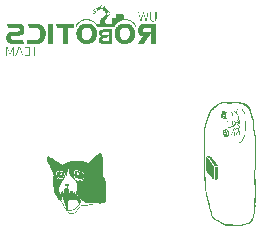
<source format=gbo>
G04*
G04 #@! TF.GenerationSoftware,Altium Limited,Altium Designer,20.1.14 (287)*
G04*
G04 Layer_Color=32896*
%FSAX25Y25*%
%MOIN*%
G70*
G04*
G04 #@! TF.SameCoordinates,0E288BC8-C536-4CC5-9AEF-3088BE1C8A18*
G04*
G04*
G04 #@! TF.FilePolarity,Positive*
G04*
G01*
G75*
G36*
X0094159Y0115987D02*
X0093813D01*
Y0116074D01*
X0094159D01*
Y0115987D01*
D02*
G37*
G36*
X0093813Y0115901D02*
X0093639D01*
Y0115987D01*
X0093813D01*
Y0115901D01*
D02*
G37*
G36*
X0091473Y0114687D02*
X0091386D01*
Y0114774D01*
X0091473D01*
Y0114687D01*
D02*
G37*
G36*
X0091386Y0114601D02*
X0091299D01*
Y0114687D01*
X0091386D01*
Y0114601D01*
D02*
G37*
G36*
X0092079Y0113994D02*
X0091906D01*
Y0114081D01*
X0092079D01*
Y0113994D01*
D02*
G37*
G36*
X0090259Y0113907D02*
X0090172D01*
Y0113994D01*
X0090259D01*
Y0113907D01*
D02*
G37*
G36*
X0090606Y0114601D02*
X0091299D01*
Y0114514D01*
Y0114427D01*
Y0114341D01*
Y0114254D01*
Y0114167D01*
X0091386D01*
Y0114081D01*
X0091559D01*
Y0113994D01*
X0091906D01*
Y0113907D01*
X0091819D01*
Y0113821D01*
Y0113734D01*
X0091733D01*
Y0113647D01*
Y0113560D01*
Y0113474D01*
X0091646D01*
Y0113387D01*
Y0113301D01*
X0090866D01*
Y0113387D01*
X0091213D01*
Y0113474D01*
X0091386D01*
Y0113560D01*
Y0113647D01*
Y0113734D01*
Y0113821D01*
Y0113907D01*
X0091299D01*
Y0113994D01*
Y0114081D01*
Y0114167D01*
X0091213D01*
Y0114254D01*
X0090953D01*
Y0114341D01*
X0090779D01*
Y0114427D01*
X0090606D01*
Y0114341D01*
X0090519D01*
Y0114254D01*
X0090433D01*
Y0114167D01*
Y0114081D01*
X0090346D01*
Y0113994D01*
X0090259D01*
Y0114081D01*
Y0114167D01*
X0090346D01*
Y0114254D01*
Y0114341D01*
X0090433D01*
Y0114427D01*
Y0114514D01*
X0090519D01*
Y0114601D01*
Y0114687D01*
X0090606D01*
Y0114601D01*
D02*
G37*
G36*
X0109327Y0113647D02*
Y0113560D01*
Y0113474D01*
Y0113387D01*
X0109240D01*
Y0113301D01*
Y0113214D01*
Y0113127D01*
Y0113040D01*
Y0112954D01*
X0109154D01*
Y0112867D01*
Y0112780D01*
Y0112694D01*
Y0112607D01*
X0109067D01*
Y0112521D01*
Y0112434D01*
Y0112347D01*
Y0112260D01*
X0108980D01*
Y0112174D01*
Y0112087D01*
Y0112000D01*
Y0111914D01*
Y0111827D01*
X0108894D01*
Y0111740D01*
Y0111654D01*
Y0111567D01*
Y0111480D01*
Y0111394D01*
X0108807D01*
Y0111307D01*
Y0111220D01*
Y0111134D01*
X0108720D01*
Y0111047D01*
Y0110960D01*
Y0110874D01*
Y0110787D01*
Y0110700D01*
X0108374D01*
Y0110787D01*
Y0110874D01*
X0108287D01*
Y0110960D01*
Y0111047D01*
Y0111134D01*
X0108200D01*
Y0111220D01*
Y0111307D01*
Y0111394D01*
Y0111480D01*
X0108114D01*
Y0111567D01*
Y0111654D01*
Y0111740D01*
Y0111827D01*
X0108027D01*
Y0111914D01*
Y0112000D01*
Y0112087D01*
X0107940D01*
Y0112174D01*
Y0112260D01*
Y0112347D01*
Y0112434D01*
Y0112521D01*
X0107854D01*
Y0112607D01*
Y0112694D01*
Y0112780D01*
X0107767D01*
Y0112867D01*
Y0112954D01*
Y0113040D01*
Y0113127D01*
Y0113214D01*
X0107680D01*
Y0113301D01*
X0107594D01*
Y0113214D01*
Y0113127D01*
Y0113040D01*
X0107507D01*
Y0112954D01*
Y0112867D01*
Y0112780D01*
X0107420D01*
Y0112694D01*
Y0112607D01*
Y0112521D01*
Y0112434D01*
Y0112347D01*
X0107334D01*
Y0112260D01*
Y0112174D01*
Y0112087D01*
Y0112000D01*
X0107247D01*
Y0111914D01*
Y0111827D01*
Y0111740D01*
Y0111654D01*
X0107160D01*
Y0111567D01*
Y0111480D01*
Y0111394D01*
Y0111307D01*
X0107074D01*
Y0111220D01*
Y0111134D01*
Y0111047D01*
Y0110960D01*
X0106987D01*
Y0110874D01*
Y0110787D01*
Y0110700D01*
X0106640D01*
Y0110787D01*
Y0110874D01*
X0106554D01*
Y0110960D01*
Y0111047D01*
Y0111134D01*
Y0111220D01*
X0106467D01*
Y0111307D01*
Y0111394D01*
Y0111480D01*
Y0111567D01*
X0106380D01*
Y0111654D01*
Y0111740D01*
Y0111827D01*
Y0111914D01*
Y0112000D01*
X0106294D01*
Y0112087D01*
Y0112174D01*
Y0112260D01*
Y0112347D01*
X0106207D01*
Y0112434D01*
Y0112521D01*
Y0112607D01*
Y0112694D01*
X0106120D01*
Y0112780D01*
Y0112867D01*
Y0112954D01*
Y0113040D01*
Y0113127D01*
X0106034D01*
Y0113214D01*
Y0113301D01*
Y0113387D01*
Y0113474D01*
X0105947D01*
Y0113560D01*
Y0113647D01*
Y0113734D01*
X0106207D01*
Y0113647D01*
Y0113560D01*
Y0113474D01*
Y0113387D01*
X0106294D01*
Y0113301D01*
Y0113214D01*
Y0113127D01*
Y0113040D01*
Y0112954D01*
X0106380D01*
Y0112867D01*
Y0112780D01*
Y0112694D01*
X0106467D01*
Y0112607D01*
Y0112521D01*
Y0112434D01*
Y0112347D01*
Y0112260D01*
X0106554D01*
Y0112174D01*
Y0112087D01*
Y0112000D01*
Y0111914D01*
Y0111827D01*
X0106640D01*
Y0111740D01*
Y0111654D01*
Y0111567D01*
X0106727D01*
Y0111480D01*
Y0111394D01*
Y0111307D01*
Y0111220D01*
Y0111134D01*
X0106900D01*
Y0111220D01*
Y0111307D01*
Y0111394D01*
Y0111480D01*
Y0111567D01*
X0106987D01*
Y0111654D01*
Y0111740D01*
Y0111827D01*
Y0111914D01*
Y0112000D01*
X0107074D01*
Y0112087D01*
Y0112174D01*
Y0112260D01*
Y0112347D01*
X0107160D01*
Y0112434D01*
Y0112521D01*
Y0112607D01*
X0107247D01*
Y0112694D01*
Y0112780D01*
Y0112867D01*
Y0112954D01*
X0107334D01*
Y0113040D01*
Y0113127D01*
Y0113214D01*
Y0113301D01*
X0107420D01*
Y0113387D01*
Y0113474D01*
Y0113560D01*
Y0113647D01*
X0107507D01*
Y0113734D01*
X0107767D01*
Y0113647D01*
Y0113560D01*
X0107854D01*
Y0113474D01*
Y0113387D01*
Y0113301D01*
X0107940D01*
Y0113214D01*
Y0113127D01*
Y0113040D01*
Y0112954D01*
X0108027D01*
Y0112867D01*
Y0112780D01*
Y0112694D01*
Y0112607D01*
X0108114D01*
Y0112521D01*
Y0112434D01*
Y0112347D01*
Y0112260D01*
X0108200D01*
Y0112174D01*
Y0112087D01*
Y0112000D01*
Y0111914D01*
X0108287D01*
Y0111827D01*
Y0111740D01*
Y0111654D01*
X0108374D01*
Y0111567D01*
Y0111480D01*
Y0111394D01*
Y0111307D01*
Y0111220D01*
Y0111134D01*
X0108547D01*
Y0111220D01*
Y0111307D01*
Y0111394D01*
Y0111480D01*
Y0111567D01*
X0108634D01*
Y0111654D01*
Y0111740D01*
Y0111827D01*
Y0111914D01*
X0108720D01*
Y0112000D01*
Y0112087D01*
Y0112174D01*
Y0112260D01*
X0108807D01*
Y0112347D01*
Y0112434D01*
Y0112521D01*
Y0112607D01*
Y0112694D01*
X0108894D01*
Y0112780D01*
Y0112867D01*
Y0112954D01*
Y0113040D01*
X0108980D01*
Y0113127D01*
Y0113214D01*
Y0113301D01*
Y0113387D01*
X0109067D01*
Y0113474D01*
Y0113560D01*
Y0113647D01*
Y0113734D01*
X0109327D01*
Y0113647D01*
D02*
G37*
G36*
X0112014D02*
Y0113560D01*
Y0113474D01*
Y0113387D01*
Y0113301D01*
Y0113214D01*
Y0113127D01*
Y0113040D01*
Y0112954D01*
Y0112867D01*
Y0112780D01*
Y0112694D01*
Y0112607D01*
Y0112521D01*
Y0112434D01*
Y0112347D01*
Y0112260D01*
Y0112174D01*
Y0112087D01*
Y0112000D01*
Y0111914D01*
Y0111827D01*
Y0111740D01*
Y0111654D01*
Y0111567D01*
Y0111480D01*
Y0111394D01*
X0111927D01*
Y0111307D01*
Y0111220D01*
Y0111134D01*
Y0111047D01*
X0111841D01*
Y0110960D01*
Y0110874D01*
X0111667D01*
Y0110787D01*
X0111581D01*
Y0110700D01*
X0111234D01*
Y0110614D01*
X0110627D01*
Y0110700D01*
X0110367D01*
Y0110787D01*
X0110194D01*
Y0110874D01*
X0110107D01*
Y0110960D01*
X0110020D01*
Y0111047D01*
Y0111134D01*
X0109934D01*
Y0111220D01*
Y0111307D01*
Y0111394D01*
Y0111480D01*
Y0111567D01*
X0109847D01*
Y0111654D01*
Y0111740D01*
Y0111827D01*
Y0111914D01*
Y0112000D01*
Y0112087D01*
Y0112174D01*
Y0112260D01*
Y0112347D01*
Y0112434D01*
Y0112521D01*
Y0112607D01*
Y0112694D01*
Y0112780D01*
Y0112867D01*
Y0112954D01*
Y0113040D01*
Y0113127D01*
Y0113214D01*
Y0113301D01*
Y0113387D01*
Y0113474D01*
Y0113560D01*
Y0113647D01*
Y0113734D01*
X0110107D01*
Y0113647D01*
Y0113560D01*
Y0113474D01*
Y0113387D01*
Y0113301D01*
Y0113214D01*
Y0113127D01*
Y0113040D01*
Y0112954D01*
Y0112867D01*
Y0112780D01*
Y0112694D01*
Y0112607D01*
Y0112521D01*
Y0112434D01*
Y0112347D01*
Y0112260D01*
Y0112174D01*
Y0112087D01*
Y0112000D01*
Y0111914D01*
Y0111827D01*
Y0111740D01*
Y0111654D01*
Y0111567D01*
Y0111480D01*
X0110194D01*
Y0111394D01*
Y0111307D01*
Y0111220D01*
Y0111134D01*
X0110281D01*
Y0111047D01*
X0110367D01*
Y0110960D01*
X0110454D01*
Y0110874D01*
X0110714D01*
Y0110787D01*
X0110801D01*
Y0110874D01*
X0110887D01*
Y0110787D01*
X0110974D01*
Y0110874D01*
X0111321D01*
Y0110960D01*
X0111494D01*
Y0111047D01*
X0111581D01*
Y0111134D01*
X0111667D01*
Y0111220D01*
Y0111307D01*
Y0111394D01*
Y0111480D01*
Y0111567D01*
Y0111654D01*
Y0111740D01*
Y0111827D01*
Y0111914D01*
Y0112000D01*
Y0112087D01*
Y0112174D01*
Y0112260D01*
Y0112347D01*
Y0112434D01*
Y0112521D01*
Y0112607D01*
Y0112694D01*
Y0112780D01*
Y0112867D01*
Y0112954D01*
Y0113040D01*
Y0113127D01*
Y0113214D01*
Y0113301D01*
Y0113387D01*
Y0113474D01*
Y0113560D01*
Y0113647D01*
Y0113734D01*
X0112014D01*
Y0113647D01*
D02*
G37*
G36*
X0093639Y0115814D02*
X0093553D01*
Y0115727D01*
Y0115641D01*
Y0115554D01*
Y0115467D01*
Y0115381D01*
X0093639D01*
Y0115294D01*
X0093726D01*
Y0115207D01*
X0094246D01*
Y0115294D01*
X0094333D01*
Y0115381D01*
X0094419D01*
Y0115467D01*
Y0115554D01*
Y0115641D01*
Y0115727D01*
Y0115814D01*
X0094506D01*
Y0115727D01*
X0094593D01*
Y0115641D01*
X0094679D01*
Y0115554D01*
X0094766D01*
Y0115467D01*
X0094853D01*
Y0115381D01*
X0094940D01*
Y0115294D01*
X0095026D01*
Y0115207D01*
Y0115121D01*
X0095113D01*
Y0115034D01*
X0095200D01*
Y0114947D01*
X0095286D01*
Y0114861D01*
X0095373D01*
Y0114774D01*
Y0114687D01*
X0095460D01*
Y0114601D01*
X0095546D01*
Y0114514D01*
X0095633D01*
Y0114427D01*
X0095719D01*
Y0114341D01*
X0095806D01*
Y0114254D01*
X0095893D01*
Y0114167D01*
Y0114081D01*
X0095980D01*
Y0113994D01*
X0096066D01*
Y0113907D01*
X0096153D01*
Y0113821D01*
X0096240D01*
Y0113734D01*
Y0113647D01*
X0096413D01*
Y0113560D01*
X0096500D01*
Y0113474D01*
Y0113387D01*
X0096586D01*
Y0113301D01*
Y0113214D01*
Y0113127D01*
Y0113040D01*
X0096500D01*
Y0112954D01*
X0096413D01*
Y0112867D01*
X0096326D01*
Y0112780D01*
Y0112694D01*
X0096240D01*
Y0112607D01*
X0096153D01*
Y0112521D01*
X0096066D01*
Y0112434D01*
X0095980D01*
Y0112347D01*
X0095893D01*
Y0112260D01*
Y0112174D01*
X0095806D01*
Y0112087D01*
X0095719D01*
Y0112000D01*
X0095633D01*
Y0111914D01*
X0095546D01*
Y0111827D01*
Y0111740D01*
X0095460D01*
Y0111654D01*
X0095373D01*
Y0111567D01*
X0095286D01*
Y0111480D01*
X0095200D01*
Y0111394D01*
X0095113D01*
Y0111307D01*
X0095026D01*
Y0111220D01*
Y0111134D01*
X0094940D01*
Y0111047D01*
X0094853D01*
Y0110960D01*
X0094766D01*
Y0110874D01*
Y0110787D01*
X0094853D01*
Y0110700D01*
Y0110614D01*
Y0110527D01*
X0094940D01*
Y0110440D01*
Y0110354D01*
Y0110267D01*
Y0110180D01*
X0095026D01*
Y0110094D01*
Y0110007D01*
Y0109920D01*
Y0109834D01*
X0095113D01*
Y0109747D01*
Y0109660D01*
X0096673D01*
Y0109747D01*
X0096760D01*
Y0109660D01*
X0096846D01*
Y0109747D01*
X0097280D01*
Y0109834D01*
Y0109920D01*
Y0110007D01*
Y0110094D01*
Y0110180D01*
Y0110267D01*
Y0110354D01*
Y0110440D01*
Y0110527D01*
Y0110614D01*
Y0110700D01*
Y0110787D01*
Y0110874D01*
Y0110960D01*
Y0111047D01*
Y0111134D01*
Y0111220D01*
Y0111307D01*
Y0111394D01*
Y0111480D01*
Y0111567D01*
Y0111654D01*
Y0111740D01*
Y0111827D01*
Y0111914D01*
X0098666D01*
Y0112000D01*
Y0112087D01*
Y0112174D01*
Y0112260D01*
Y0112347D01*
Y0112434D01*
Y0112521D01*
Y0112607D01*
Y0112694D01*
Y0112780D01*
Y0112867D01*
Y0112954D01*
Y0113040D01*
Y0113127D01*
Y0113214D01*
Y0113301D01*
X0100920D01*
Y0113214D01*
Y0113127D01*
Y0113040D01*
Y0112954D01*
Y0112867D01*
Y0112780D01*
X0101007D01*
Y0112694D01*
Y0112607D01*
Y0112521D01*
Y0112434D01*
Y0112347D01*
Y0112260D01*
Y0112174D01*
Y0112087D01*
Y0112000D01*
Y0111914D01*
Y0111827D01*
Y0111740D01*
Y0111654D01*
Y0111567D01*
Y0111480D01*
Y0111394D01*
X0102220D01*
Y0111307D01*
X0102653D01*
Y0111220D01*
X0103000D01*
Y0111134D01*
X0103260D01*
Y0111047D01*
X0103433D01*
Y0110960D01*
X0103607D01*
Y0110874D01*
X0103693D01*
Y0110787D01*
X0103867D01*
Y0110700D01*
X0103953D01*
Y0110614D01*
X0104127D01*
Y0110527D01*
X0104213D01*
Y0110440D01*
X0104300D01*
Y0110354D01*
X0104387D01*
Y0110267D01*
X0104473D01*
Y0110180D01*
X0104560D01*
Y0110094D01*
X0104647D01*
Y0110007D01*
X0104733D01*
Y0109920D01*
X0104820D01*
Y0109834D01*
Y0109747D01*
X0104907D01*
Y0109660D01*
X0104993D01*
Y0109574D01*
Y0109487D01*
X0105080D01*
Y0109400D01*
Y0109314D01*
X0105167D01*
Y0109227D01*
Y0109140D01*
X0105254D01*
Y0109054D01*
Y0108967D01*
X0105340D01*
Y0108880D01*
Y0108793D01*
X0105080D01*
Y0108707D01*
X0104993D01*
Y0108793D01*
Y0108880D01*
Y0108967D01*
X0104907D01*
Y0109054D01*
Y0109140D01*
X0104820D01*
Y0109227D01*
Y0109314D01*
X0104733D01*
Y0109400D01*
Y0109487D01*
X0104647D01*
Y0109574D01*
X0104560D01*
Y0109660D01*
X0104473D01*
Y0109747D01*
Y0109834D01*
X0104387D01*
Y0109920D01*
X0104300D01*
Y0110007D01*
X0104213D01*
Y0110094D01*
X0104127D01*
Y0110180D01*
X0104040D01*
Y0110267D01*
X0103953D01*
Y0110354D01*
X0103780D01*
Y0110440D01*
X0103693D01*
Y0110527D01*
X0103607D01*
Y0110614D01*
X0103433D01*
Y0110700D01*
X0103260D01*
Y0110787D01*
X0103000D01*
Y0110874D01*
X0102740D01*
Y0110960D01*
X0102480D01*
Y0111047D01*
X0100660D01*
Y0110960D01*
X0100400D01*
Y0110874D01*
X0100140D01*
Y0110787D01*
X0099880D01*
Y0110700D01*
X0099793D01*
Y0110614D01*
X0099620D01*
Y0110527D01*
X0099446D01*
Y0110440D01*
X0099360D01*
Y0110354D01*
X0099186D01*
Y0110267D01*
X0099100D01*
Y0110180D01*
X0099013D01*
Y0110094D01*
X0098926D01*
Y0110007D01*
X0098840D01*
Y0109920D01*
X0098753D01*
Y0109834D01*
X0098666D01*
Y0109747D01*
Y0109660D01*
X0098580D01*
Y0109574D01*
X0098493D01*
Y0109487D01*
X0098406D01*
Y0109400D01*
Y0109314D01*
X0098320D01*
Y0109227D01*
Y0109140D01*
X0098233D01*
Y0109054D01*
Y0108967D01*
X0098146D01*
Y0108880D01*
Y0108793D01*
X0098060D01*
Y0108707D01*
X0092166D01*
Y0108793D01*
Y0108880D01*
X0092079D01*
Y0108967D01*
Y0109054D01*
Y0109140D01*
X0091993D01*
Y0109227D01*
Y0109314D01*
X0091906D01*
Y0109400D01*
X0091819D01*
Y0109487D01*
Y0109574D01*
X0091733D01*
Y0109660D01*
X0091646D01*
Y0109747D01*
X0091559D01*
Y0109834D01*
Y0109920D01*
X0091473D01*
Y0110007D01*
X0091386D01*
Y0110094D01*
X0091299D01*
Y0110180D01*
X0091213D01*
Y0110267D01*
X0091039D01*
Y0110354D01*
X0090953D01*
Y0110440D01*
X0090866D01*
Y0110527D01*
X0090693D01*
Y0110614D01*
X0090519D01*
Y0110700D01*
X0090346D01*
Y0110787D01*
X0090172D01*
Y0110874D01*
X0089912D01*
Y0110960D01*
X0089566D01*
Y0111047D01*
X0087919D01*
Y0110960D01*
X0087572D01*
Y0110874D01*
X0087312D01*
Y0110787D01*
X0087139D01*
Y0110700D01*
X0086966D01*
Y0110614D01*
X0086792D01*
Y0110527D01*
X0086619D01*
Y0110440D01*
X0086532D01*
Y0110354D01*
X0086359D01*
Y0110267D01*
X0086272D01*
Y0110180D01*
X0086186D01*
Y0110094D01*
X0086099D01*
Y0110007D01*
X0086012D01*
Y0109920D01*
X0085926D01*
Y0109834D01*
X0085839D01*
Y0109747D01*
X0085752D01*
Y0109660D01*
Y0109574D01*
X0085666D01*
Y0109487D01*
X0085579D01*
Y0109400D01*
Y0109314D01*
X0085492D01*
Y0109227D01*
Y0109140D01*
X0085406D01*
Y0109054D01*
Y0108967D01*
X0085319D01*
Y0108880D01*
Y0108793D01*
X0085232D01*
Y0108707D01*
X0085145D01*
Y0108793D01*
X0084972D01*
Y0108880D01*
Y0108967D01*
X0085059D01*
Y0109054D01*
Y0109140D01*
X0085145D01*
Y0109227D01*
Y0109314D01*
X0085232D01*
Y0109400D01*
Y0109487D01*
X0085319D01*
Y0109574D01*
Y0109660D01*
X0085406D01*
Y0109747D01*
X0085492D01*
Y0109834D01*
Y0109920D01*
X0085579D01*
Y0110007D01*
X0085666D01*
Y0110094D01*
X0085752D01*
Y0110180D01*
X0085839D01*
Y0110267D01*
X0085926D01*
Y0110354D01*
X0086012D01*
Y0110440D01*
X0086099D01*
Y0110527D01*
X0086186D01*
Y0110614D01*
X0086359D01*
Y0110700D01*
X0086446D01*
Y0110787D01*
X0086619D01*
Y0110874D01*
X0086792D01*
Y0110960D01*
X0086879D01*
Y0111047D01*
X0087139D01*
Y0111134D01*
X0087399D01*
Y0111220D01*
X0087659D01*
Y0111307D01*
X0088092D01*
Y0111394D01*
X0089306D01*
Y0111307D01*
X0089826D01*
Y0111220D01*
X0090086D01*
Y0111134D01*
X0090346D01*
Y0111047D01*
X0090519D01*
Y0110960D01*
X0090693D01*
Y0110874D01*
X0090866D01*
Y0110787D01*
X0091039D01*
Y0110700D01*
X0091126D01*
Y0110614D01*
X0091213D01*
Y0110527D01*
X0091386D01*
Y0110440D01*
X0091473D01*
Y0110354D01*
X0091559D01*
Y0110267D01*
X0091646D01*
Y0110180D01*
X0091733D01*
Y0110094D01*
X0091819D01*
Y0110007D01*
Y0109920D01*
X0091906D01*
Y0109834D01*
X0091993D01*
Y0109747D01*
X0092079D01*
Y0109660D01*
X0093033D01*
Y0109747D01*
Y0109834D01*
Y0109920D01*
Y0110007D01*
Y0110094D01*
X0093119D01*
Y0110180D01*
Y0110267D01*
Y0110354D01*
Y0110440D01*
X0093206D01*
Y0110527D01*
Y0110614D01*
Y0110700D01*
X0093293D01*
Y0110787D01*
Y0110874D01*
Y0110960D01*
Y0111047D01*
X0093379D01*
Y0111134D01*
Y0111220D01*
Y0111307D01*
Y0111394D01*
X0093466D01*
Y0111480D01*
Y0111567D01*
Y0111654D01*
X0093986D01*
Y0111740D01*
X0094073D01*
Y0111827D01*
X0094159D01*
Y0111914D01*
X0094246D01*
Y0112000D01*
Y0112087D01*
X0094333D01*
Y0112174D01*
X0094419D01*
Y0112260D01*
X0094506D01*
Y0112347D01*
X0094593D01*
Y0112434D01*
Y0112521D01*
X0094679D01*
Y0112607D01*
X0094766D01*
Y0112694D01*
X0094853D01*
Y0112780D01*
X0094940D01*
Y0112867D01*
X0095026D01*
Y0112954D01*
X0095113D01*
Y0113040D01*
Y0113127D01*
X0095200D01*
Y0113214D01*
X0095286D01*
Y0113301D01*
Y0113387D01*
X0095113D01*
Y0113474D01*
X0095026D01*
Y0113560D01*
X0094940D01*
Y0113647D01*
X0094853D01*
Y0113734D01*
Y0113821D01*
X0094766D01*
Y0113907D01*
X0094679D01*
Y0113994D01*
X0094593D01*
Y0114081D01*
X0094506D01*
Y0114167D01*
X0094419D01*
Y0114254D01*
X0094333D01*
Y0114341D01*
X0094246D01*
Y0114427D01*
X0094159D01*
Y0114514D01*
Y0114601D01*
X0094073D01*
Y0114687D01*
X0093986D01*
Y0114774D01*
X0093899D01*
Y0114861D01*
X0093813D01*
Y0114947D01*
X0093639D01*
Y0114861D01*
X0093466D01*
Y0114774D01*
X0093293D01*
Y0114687D01*
X0093206D01*
Y0114601D01*
X0093033D01*
Y0114514D01*
X0092859D01*
Y0114427D01*
X0092686D01*
Y0114341D01*
X0092513D01*
Y0114254D01*
X0092426D01*
Y0114167D01*
X0092253D01*
Y0114081D01*
X0092079D01*
Y0114167D01*
X0092166D01*
Y0114254D01*
Y0114341D01*
Y0114427D01*
Y0114514D01*
Y0114601D01*
X0092079D01*
Y0114687D01*
X0091993D01*
Y0114774D01*
X0091559D01*
Y0114861D01*
X0091733D01*
Y0114947D01*
X0091906D01*
Y0115034D01*
X0092079D01*
Y0115121D01*
X0092166D01*
Y0115207D01*
X0092339D01*
Y0115294D01*
X0092513D01*
Y0115381D01*
X0092686D01*
Y0115467D01*
X0092859D01*
Y0115554D01*
X0093033D01*
Y0115641D01*
X0093119D01*
Y0115727D01*
X0093293D01*
Y0115814D01*
X0093466D01*
Y0115901D01*
X0093639D01*
Y0115814D01*
D02*
G37*
G36*
X0111927Y0109834D02*
Y0109747D01*
X0111841D01*
Y0109660D01*
X0111927D01*
Y0109574D01*
X0111841D01*
Y0109487D01*
X0111927D01*
Y0109400D01*
X0111841D01*
Y0109314D01*
X0111927D01*
Y0109227D01*
X0111841D01*
Y0109140D01*
X0111927D01*
Y0109054D01*
X0111841D01*
Y0108967D01*
X0111927D01*
Y0108880D01*
X0111841D01*
Y0108793D01*
X0111927D01*
Y0108707D01*
X0111841D01*
Y0108620D01*
X0111927D01*
Y0108534D01*
X0111841D01*
Y0108447D01*
X0111927D01*
Y0108360D01*
X0111841D01*
Y0108273D01*
X0111927D01*
Y0108187D01*
X0111841D01*
Y0108100D01*
X0111927D01*
Y0108013D01*
X0111841D01*
Y0107927D01*
X0111927D01*
Y0107840D01*
X0111841D01*
Y0107754D01*
X0111927D01*
Y0107667D01*
X0111841D01*
Y0107580D01*
X0111927D01*
Y0107493D01*
X0111841D01*
Y0107407D01*
X0111927D01*
Y0107320D01*
X0111841D01*
Y0107233D01*
X0111927D01*
Y0107147D01*
X0111841D01*
Y0107060D01*
X0111927D01*
Y0106973D01*
X0111841D01*
Y0106887D01*
X0111927D01*
Y0106800D01*
X0111841D01*
Y0106713D01*
X0111927D01*
Y0106627D01*
X0111841D01*
Y0106540D01*
X0111927D01*
Y0106453D01*
X0111841D01*
Y0106367D01*
X0111927D01*
Y0106280D01*
X0111841D01*
Y0106193D01*
X0111927D01*
Y0106107D01*
X0111841D01*
Y0106020D01*
X0111927D01*
Y0105933D01*
X0111841D01*
Y0105847D01*
X0111927D01*
Y0105760D01*
X0111841D01*
Y0105673D01*
X0111927D01*
Y0105587D01*
X0111841D01*
Y0105500D01*
X0111927D01*
Y0105413D01*
X0111841D01*
Y0105327D01*
X0111927D01*
Y0105240D01*
X0111841D01*
Y0105153D01*
X0111927D01*
Y0105067D01*
X0111841D01*
Y0104980D01*
X0111927D01*
Y0104893D01*
X0111841D01*
Y0104807D01*
X0111927D01*
Y0104720D01*
X0111841D01*
Y0104633D01*
X0111927D01*
Y0104547D01*
X0111841D01*
Y0104460D01*
X0111927D01*
Y0104373D01*
X0111841D01*
Y0104287D01*
X0111927D01*
Y0104200D01*
X0111841D01*
Y0104113D01*
X0111927D01*
Y0104027D01*
X0111841D01*
Y0103940D01*
X0111927D01*
Y0103853D01*
X0111841D01*
Y0103767D01*
X0111927D01*
Y0103680D01*
X0111841D01*
Y0103593D01*
X0111927D01*
Y0103507D01*
X0111841D01*
Y0103420D01*
X0111927D01*
Y0103333D01*
X0111841D01*
Y0103246D01*
X0111927D01*
Y0103160D01*
X0110281D01*
Y0103246D01*
Y0103333D01*
Y0103420D01*
Y0103507D01*
Y0103593D01*
Y0103680D01*
Y0103767D01*
Y0103853D01*
Y0103940D01*
Y0104027D01*
Y0104113D01*
Y0104200D01*
Y0104287D01*
Y0104373D01*
Y0104460D01*
Y0104547D01*
Y0104633D01*
Y0104720D01*
Y0104807D01*
Y0104893D01*
Y0104980D01*
Y0105067D01*
Y0105153D01*
Y0105240D01*
Y0105327D01*
Y0105413D01*
Y0105500D01*
Y0105587D01*
Y0105673D01*
Y0105760D01*
Y0105847D01*
Y0105933D01*
Y0106020D01*
Y0106107D01*
Y0106193D01*
Y0106280D01*
Y0106367D01*
Y0106453D01*
Y0106540D01*
Y0106627D01*
X0110107D01*
Y0106540D01*
Y0106453D01*
X0110020D01*
Y0106367D01*
X0109934D01*
Y0106280D01*
X0109847D01*
Y0106193D01*
Y0106107D01*
X0109760D01*
Y0106020D01*
X0109674D01*
Y0105933D01*
Y0105847D01*
X0109587D01*
Y0105760D01*
X0109500D01*
Y0105673D01*
Y0105587D01*
X0109414D01*
Y0105500D01*
X0109327D01*
Y0105413D01*
X0109240D01*
Y0105327D01*
Y0105240D01*
X0109154D01*
Y0105153D01*
X0109067D01*
Y0105067D01*
Y0104980D01*
X0108980D01*
Y0104893D01*
X0108894D01*
Y0104807D01*
Y0104720D01*
X0108807D01*
Y0104633D01*
X0108720D01*
Y0104547D01*
X0108634D01*
Y0104460D01*
Y0104373D01*
X0108547D01*
Y0104287D01*
X0108460D01*
Y0104200D01*
Y0104113D01*
X0108374D01*
Y0104027D01*
X0108287D01*
Y0103940D01*
Y0103853D01*
X0108200D01*
Y0103767D01*
X0108114D01*
Y0103680D01*
X0108027D01*
Y0103593D01*
Y0103507D01*
X0107940D01*
Y0103420D01*
X0107854D01*
Y0103333D01*
Y0103246D01*
X0107767D01*
Y0103160D01*
X0105773D01*
Y0103246D01*
X0105860D01*
Y0103333D01*
Y0103420D01*
X0105947D01*
Y0103507D01*
X0106034D01*
Y0103593D01*
Y0103680D01*
X0106120D01*
Y0103767D01*
X0106207D01*
Y0103853D01*
Y0103940D01*
X0106294D01*
Y0104027D01*
X0106380D01*
Y0104113D01*
Y0104200D01*
X0106467D01*
Y0104287D01*
X0106554D01*
Y0104373D01*
X0106640D01*
Y0104460D01*
Y0104547D01*
X0106727D01*
Y0104633D01*
X0106814D01*
Y0104720D01*
Y0104807D01*
X0106900D01*
Y0104893D01*
X0106987D01*
Y0104980D01*
Y0105067D01*
X0107074D01*
Y0105153D01*
X0107160D01*
Y0105240D01*
Y0105327D01*
X0107247D01*
Y0105413D01*
X0107334D01*
Y0105500D01*
X0107420D01*
Y0105587D01*
Y0105673D01*
X0107160D01*
Y0105760D01*
X0106987D01*
Y0105847D01*
X0106814D01*
Y0105933D01*
X0106640D01*
Y0106020D01*
X0106554D01*
Y0106107D01*
X0106467D01*
Y0106193D01*
X0106380D01*
Y0106280D01*
X0106294D01*
Y0106367D01*
X0106207D01*
Y0106453D01*
X0106120D01*
Y0106540D01*
Y0106627D01*
X0106034D01*
Y0106713D01*
Y0106800D01*
X0105947D01*
Y0106887D01*
Y0106973D01*
Y0107060D01*
X0105860D01*
Y0107147D01*
Y0107233D01*
Y0107320D01*
Y0107407D01*
Y0107493D01*
Y0107580D01*
Y0107667D01*
Y0107754D01*
Y0107840D01*
Y0107927D01*
Y0108013D01*
Y0108100D01*
Y0108187D01*
Y0108273D01*
Y0108360D01*
X0105947D01*
Y0108447D01*
Y0108534D01*
Y0108620D01*
X0106034D01*
Y0108707D01*
Y0108793D01*
X0106120D01*
Y0108880D01*
Y0108967D01*
X0106207D01*
Y0109054D01*
Y0109140D01*
X0106294D01*
Y0109227D01*
X0106380D01*
Y0109314D01*
X0106467D01*
Y0109400D01*
X0106554D01*
Y0109487D01*
X0106727D01*
Y0109574D01*
X0106814D01*
Y0109660D01*
X0106987D01*
Y0109747D01*
X0107160D01*
Y0109834D01*
X0107507D01*
Y0109920D01*
X0111927D01*
Y0109834D01*
D02*
G37*
G36*
X0102393D02*
X0102653D01*
Y0109747D01*
X0102913D01*
Y0109660D01*
X0103087D01*
Y0109574D01*
X0103260D01*
Y0109487D01*
X0103433D01*
Y0109400D01*
X0103607D01*
Y0109314D01*
X0103693D01*
Y0109227D01*
X0103780D01*
Y0109140D01*
X0103867D01*
Y0109054D01*
X0103953D01*
Y0108967D01*
X0104040D01*
Y0108880D01*
X0104127D01*
Y0108793D01*
X0104213D01*
Y0108707D01*
X0104300D01*
Y0108620D01*
X0104387D01*
Y0108534D01*
Y0108447D01*
X0104473D01*
Y0108360D01*
X0104560D01*
Y0108273D01*
Y0108187D01*
Y0108100D01*
X0104647D01*
Y0108013D01*
Y0107927D01*
X0104733D01*
Y0107840D01*
Y0107754D01*
X0104820D01*
Y0107667D01*
Y0107580D01*
Y0107493D01*
Y0107407D01*
Y0107320D01*
X0104907D01*
Y0107233D01*
Y0107147D01*
Y0107060D01*
Y0106973D01*
Y0106887D01*
Y0106800D01*
Y0106713D01*
Y0106627D01*
Y0106540D01*
Y0106453D01*
Y0106367D01*
Y0106280D01*
Y0106193D01*
Y0106107D01*
Y0106020D01*
Y0105933D01*
Y0105847D01*
Y0105760D01*
X0104820D01*
Y0105673D01*
Y0105587D01*
Y0105500D01*
Y0105413D01*
X0104733D01*
Y0105327D01*
Y0105240D01*
Y0105153D01*
X0104647D01*
Y0105067D01*
Y0104980D01*
X0104560D01*
Y0104893D01*
Y0104807D01*
X0104473D01*
Y0104720D01*
Y0104633D01*
X0104387D01*
Y0104547D01*
Y0104460D01*
X0104300D01*
Y0104373D01*
X0104213D01*
Y0104287D01*
X0104127D01*
Y0104200D01*
Y0104113D01*
X0104040D01*
Y0104027D01*
X0103867D01*
Y0103940D01*
X0103780D01*
Y0103853D01*
X0103693D01*
Y0103767D01*
X0103607D01*
Y0103680D01*
X0103433D01*
Y0103593D01*
X0103347D01*
Y0103507D01*
X0103173D01*
Y0103420D01*
X0102913D01*
Y0103333D01*
X0102653D01*
Y0103246D01*
X0102307D01*
Y0103160D01*
X0100660D01*
Y0103246D01*
X0100313D01*
Y0103333D01*
X0100053D01*
Y0103420D01*
X0099793D01*
Y0103507D01*
X0099707D01*
Y0103593D01*
X0099533D01*
Y0103680D01*
X0099360D01*
Y0103767D01*
X0099273D01*
Y0103853D01*
X0099186D01*
Y0103940D01*
X0099100D01*
Y0104027D01*
X0099013D01*
Y0104113D01*
X0098926D01*
Y0104200D01*
X0098840D01*
Y0104287D01*
X0098753D01*
Y0104373D01*
X0098666D01*
Y0104460D01*
Y0104547D01*
X0098580D01*
Y0104633D01*
X0098493D01*
Y0104720D01*
Y0104807D01*
X0098406D01*
Y0104893D01*
Y0104980D01*
Y0105067D01*
X0098320D01*
Y0105153D01*
Y0105240D01*
X0098233D01*
Y0105327D01*
Y0105413D01*
Y0105500D01*
X0098146D01*
Y0105587D01*
Y0105673D01*
Y0105760D01*
Y0105847D01*
Y0105933D01*
X0098060D01*
Y0106020D01*
X0098146D01*
Y0106107D01*
Y0106193D01*
X0098060D01*
Y0106280D01*
Y0106367D01*
Y0106453D01*
Y0106540D01*
Y0106627D01*
Y0106713D01*
Y0106800D01*
Y0106887D01*
X0098146D01*
Y0106973D01*
Y0107060D01*
X0098060D01*
Y0107147D01*
X0098146D01*
Y0107233D01*
Y0107320D01*
Y0107407D01*
Y0107493D01*
Y0107580D01*
X0098233D01*
Y0107667D01*
Y0107754D01*
Y0107840D01*
X0098320D01*
Y0107927D01*
Y0108013D01*
Y0108100D01*
X0098406D01*
Y0108187D01*
Y0108273D01*
X0098493D01*
Y0108360D01*
Y0108447D01*
X0098580D01*
Y0108534D01*
X0098666D01*
Y0108620D01*
Y0108707D01*
X0098753D01*
Y0108793D01*
X0098840D01*
Y0108880D01*
X0098926D01*
Y0108967D01*
X0099013D01*
Y0109054D01*
X0099100D01*
Y0109140D01*
X0099186D01*
Y0109227D01*
X0099273D01*
Y0109314D01*
X0099446D01*
Y0109400D01*
X0099533D01*
Y0109487D01*
X0099707D01*
Y0109574D01*
X0099880D01*
Y0109660D01*
X0100053D01*
Y0109747D01*
X0100313D01*
Y0109834D01*
X0100660D01*
Y0109920D01*
X0102393D01*
Y0109834D01*
D02*
G37*
G36*
X0097193Y0107927D02*
Y0107840D01*
Y0107754D01*
Y0107667D01*
Y0107580D01*
Y0107493D01*
Y0107407D01*
Y0107320D01*
Y0107233D01*
Y0107147D01*
Y0107060D01*
Y0106973D01*
Y0106887D01*
Y0106800D01*
Y0106713D01*
Y0106627D01*
Y0106540D01*
Y0106453D01*
Y0106367D01*
Y0106280D01*
Y0106193D01*
Y0106107D01*
Y0106020D01*
Y0105933D01*
Y0105847D01*
Y0105760D01*
Y0105673D01*
Y0105587D01*
Y0105500D01*
Y0105413D01*
Y0105327D01*
Y0105240D01*
Y0105153D01*
Y0105067D01*
Y0104980D01*
Y0104893D01*
Y0104807D01*
Y0104720D01*
Y0104633D01*
Y0104547D01*
Y0104460D01*
Y0104373D01*
Y0104287D01*
Y0104200D01*
Y0104113D01*
Y0104027D01*
Y0103940D01*
Y0103853D01*
Y0103767D01*
Y0103680D01*
Y0103593D01*
Y0103507D01*
Y0103420D01*
Y0103333D01*
Y0103246D01*
Y0103160D01*
X0093553D01*
Y0103246D01*
X0093379D01*
Y0103333D01*
X0093206D01*
Y0103420D01*
X0093119D01*
Y0103507D01*
X0093033D01*
Y0103593D01*
X0092946D01*
Y0103680D01*
X0092859D01*
Y0103767D01*
Y0103853D01*
X0092773D01*
Y0103940D01*
Y0104027D01*
Y0104113D01*
Y0104200D01*
Y0104287D01*
Y0104373D01*
Y0104460D01*
Y0104547D01*
Y0104633D01*
Y0104720D01*
Y0104807D01*
Y0104893D01*
X0092859D01*
Y0104980D01*
Y0105067D01*
X0092946D01*
Y0105153D01*
Y0105240D01*
X0093033D01*
Y0105327D01*
X0093119D01*
Y0105413D01*
X0093206D01*
Y0105500D01*
X0093379D01*
Y0105587D01*
X0093466D01*
Y0105673D01*
Y0105760D01*
X0093293D01*
Y0105847D01*
X0093119D01*
Y0105933D01*
X0093033D01*
Y0106020D01*
X0092946D01*
Y0106107D01*
X0092859D01*
Y0106193D01*
Y0106280D01*
Y0106367D01*
X0092773D01*
Y0106453D01*
Y0106540D01*
Y0106627D01*
Y0106713D01*
Y0106800D01*
Y0106887D01*
Y0106973D01*
Y0107060D01*
X0092859D01*
Y0107147D01*
Y0107233D01*
Y0107320D01*
X0092946D01*
Y0107407D01*
Y0107493D01*
X0093033D01*
Y0107580D01*
X0093119D01*
Y0107667D01*
X0093206D01*
Y0107754D01*
X0093379D01*
Y0107840D01*
X0093553D01*
Y0107927D01*
X0094073D01*
Y0108013D01*
X0097193D01*
Y0107927D01*
D02*
G37*
G36*
X0089653Y0109834D02*
X0089912D01*
Y0109747D01*
X0090172D01*
Y0109660D01*
X0090433D01*
Y0109574D01*
X0090519D01*
Y0109487D01*
X0090693D01*
Y0109400D01*
X0090866D01*
Y0109314D01*
X0090953D01*
Y0109227D01*
X0091039D01*
Y0109140D01*
X0091126D01*
Y0109054D01*
X0091213D01*
Y0108967D01*
X0091386D01*
Y0108880D01*
Y0108793D01*
X0091473D01*
Y0108707D01*
X0091559D01*
Y0108620D01*
X0091646D01*
Y0108534D01*
X0091733D01*
Y0108447D01*
Y0108360D01*
X0091819D01*
Y0108273D01*
Y0108187D01*
X0091906D01*
Y0108100D01*
Y0108013D01*
X0091993D01*
Y0107927D01*
Y0107840D01*
Y0107754D01*
X0092079D01*
Y0107667D01*
Y0107580D01*
Y0107493D01*
Y0107407D01*
X0092166D01*
Y0107320D01*
Y0107233D01*
Y0107147D01*
Y0107060D01*
Y0106973D01*
Y0106887D01*
X0092253D01*
Y0106800D01*
Y0106713D01*
Y0106627D01*
Y0106540D01*
Y0106453D01*
Y0106367D01*
Y0106280D01*
Y0106193D01*
X0092166D01*
Y0106107D01*
Y0106020D01*
Y0105933D01*
Y0105847D01*
Y0105760D01*
X0092079D01*
Y0105673D01*
Y0105587D01*
Y0105500D01*
Y0105413D01*
X0091993D01*
Y0105327D01*
Y0105240D01*
Y0105153D01*
Y0105067D01*
X0091906D01*
Y0104980D01*
Y0104893D01*
X0091819D01*
Y0104807D01*
Y0104720D01*
X0091733D01*
Y0104633D01*
X0091646D01*
Y0104547D01*
Y0104460D01*
X0091559D01*
Y0104373D01*
X0091473D01*
Y0104287D01*
Y0104200D01*
X0091386D01*
Y0104113D01*
X0091299D01*
Y0104027D01*
X0091213D01*
Y0103940D01*
X0091126D01*
Y0103853D01*
X0090953D01*
Y0103767D01*
X0090866D01*
Y0103680D01*
X0090779D01*
Y0103593D01*
X0090606D01*
Y0103507D01*
X0090433D01*
Y0103420D01*
X0090172D01*
Y0103333D01*
X0089912D01*
Y0103246D01*
X0089566D01*
Y0103160D01*
X0087919D01*
Y0103246D01*
X0087572D01*
Y0103333D01*
X0087312D01*
Y0103420D01*
X0087139D01*
Y0103507D01*
X0086966D01*
Y0103593D01*
X0086792D01*
Y0103680D01*
X0086619D01*
Y0103767D01*
X0086532D01*
Y0103853D01*
X0086446D01*
Y0103940D01*
X0086359D01*
Y0104027D01*
X0086272D01*
Y0104113D01*
X0086186D01*
Y0104200D01*
X0086099D01*
Y0104287D01*
X0086012D01*
Y0104373D01*
Y0104460D01*
X0085926D01*
Y0104547D01*
X0085839D01*
Y0104633D01*
Y0104720D01*
X0085752D01*
Y0104807D01*
X0085666D01*
Y0104893D01*
Y0104980D01*
Y0105067D01*
X0085579D01*
Y0105153D01*
Y0105240D01*
Y0105327D01*
X0085492D01*
Y0105413D01*
Y0105500D01*
Y0105587D01*
X0085406D01*
Y0105673D01*
Y0105760D01*
Y0105847D01*
Y0105933D01*
Y0106020D01*
Y0106107D01*
X0085319D01*
Y0106193D01*
Y0106280D01*
Y0106367D01*
Y0106453D01*
Y0106540D01*
Y0106627D01*
Y0106713D01*
Y0106800D01*
Y0106887D01*
Y0106973D01*
X0085406D01*
Y0107060D01*
Y0107147D01*
Y0107233D01*
Y0107320D01*
Y0107407D01*
Y0107493D01*
X0085492D01*
Y0107580D01*
Y0107667D01*
Y0107754D01*
X0085579D01*
Y0107840D01*
Y0107927D01*
Y0108013D01*
X0085666D01*
Y0108100D01*
Y0108187D01*
X0085752D01*
Y0108273D01*
Y0108360D01*
X0085839D01*
Y0108447D01*
Y0108534D01*
X0085926D01*
Y0108620D01*
X0086012D01*
Y0108707D01*
Y0108793D01*
X0086099D01*
Y0108880D01*
X0086186D01*
Y0108967D01*
X0086272D01*
Y0109054D01*
X0086359D01*
Y0109140D01*
X0086446D01*
Y0109227D01*
X0086532D01*
Y0109314D01*
X0086706D01*
Y0109400D01*
X0086792D01*
Y0109487D01*
X0086966D01*
Y0109574D01*
X0087139D01*
Y0109660D01*
X0087312D01*
Y0109747D01*
X0087572D01*
Y0109834D01*
X0087919D01*
Y0109920D01*
X0089653D01*
Y0109834D01*
D02*
G37*
G36*
X0084452D02*
Y0109747D01*
Y0109660D01*
Y0109574D01*
Y0109487D01*
Y0109400D01*
Y0109314D01*
Y0109227D01*
Y0109140D01*
Y0109054D01*
Y0108967D01*
Y0108880D01*
Y0108793D01*
Y0108707D01*
Y0108620D01*
Y0108534D01*
X0082372D01*
Y0108447D01*
Y0108360D01*
Y0108273D01*
Y0108187D01*
Y0108100D01*
Y0108013D01*
Y0107927D01*
Y0107840D01*
Y0107754D01*
Y0107667D01*
Y0107580D01*
Y0107493D01*
Y0107407D01*
Y0107320D01*
Y0107233D01*
Y0107147D01*
Y0107060D01*
Y0106973D01*
Y0106887D01*
Y0106800D01*
Y0106713D01*
Y0106627D01*
Y0106540D01*
Y0106453D01*
Y0106367D01*
Y0106280D01*
Y0106193D01*
Y0106107D01*
Y0106020D01*
Y0105933D01*
Y0105847D01*
Y0105760D01*
Y0105673D01*
Y0105587D01*
Y0105500D01*
Y0105413D01*
Y0105327D01*
Y0105240D01*
Y0105153D01*
Y0105067D01*
Y0104980D01*
Y0104893D01*
Y0104807D01*
Y0104720D01*
Y0104633D01*
Y0104547D01*
Y0104460D01*
Y0104373D01*
Y0104287D01*
Y0104200D01*
Y0104113D01*
Y0104027D01*
Y0103940D01*
Y0103853D01*
Y0103767D01*
Y0103680D01*
Y0103593D01*
Y0103507D01*
Y0103420D01*
Y0103333D01*
Y0103246D01*
Y0103160D01*
X0080812D01*
Y0103246D01*
Y0103333D01*
Y0103420D01*
Y0103507D01*
Y0103593D01*
Y0103680D01*
Y0103767D01*
Y0103853D01*
Y0103940D01*
Y0104027D01*
Y0104113D01*
Y0104200D01*
Y0104287D01*
Y0104373D01*
Y0104460D01*
Y0104547D01*
Y0104633D01*
Y0104720D01*
Y0104807D01*
Y0104893D01*
Y0104980D01*
Y0105067D01*
Y0105153D01*
Y0105240D01*
Y0105327D01*
Y0105413D01*
Y0105500D01*
Y0105587D01*
Y0105673D01*
Y0105760D01*
Y0105847D01*
Y0105933D01*
Y0106020D01*
Y0106107D01*
Y0106193D01*
Y0106280D01*
Y0106367D01*
Y0106453D01*
Y0106540D01*
Y0106627D01*
Y0106713D01*
Y0106800D01*
Y0106887D01*
Y0106973D01*
Y0107060D01*
Y0107147D01*
Y0107233D01*
Y0107320D01*
Y0107407D01*
Y0107493D01*
Y0107580D01*
Y0107667D01*
Y0107754D01*
Y0107840D01*
Y0107927D01*
Y0108013D01*
Y0108100D01*
Y0108187D01*
Y0108273D01*
Y0108360D01*
Y0108447D01*
Y0108534D01*
X0078992D01*
Y0108620D01*
Y0108707D01*
X0078905D01*
Y0108793D01*
Y0108880D01*
X0078818D01*
Y0108967D01*
Y0109054D01*
X0078732D01*
Y0109140D01*
Y0109227D01*
X0078645D01*
Y0109314D01*
Y0109400D01*
X0078558D01*
Y0109487D01*
Y0109574D01*
X0078472D01*
Y0109660D01*
Y0109747D01*
Y0109834D01*
X0078385D01*
Y0109920D01*
X0084452D01*
Y0109834D01*
D02*
G37*
G36*
X0077518D02*
Y0109747D01*
Y0109660D01*
Y0109574D01*
Y0109487D01*
Y0109400D01*
Y0109314D01*
Y0109227D01*
Y0109140D01*
Y0109054D01*
Y0108967D01*
Y0108880D01*
Y0108793D01*
Y0108707D01*
Y0108620D01*
Y0108534D01*
Y0108447D01*
Y0108360D01*
Y0108273D01*
Y0108187D01*
Y0108100D01*
Y0108013D01*
Y0107927D01*
Y0107840D01*
Y0107754D01*
Y0107667D01*
Y0107580D01*
Y0107493D01*
Y0107407D01*
Y0107320D01*
Y0107233D01*
Y0107147D01*
Y0107060D01*
Y0106973D01*
Y0106887D01*
Y0106800D01*
Y0106713D01*
Y0106627D01*
Y0106540D01*
Y0106453D01*
Y0106367D01*
Y0106280D01*
Y0106193D01*
Y0106107D01*
Y0106020D01*
Y0105933D01*
Y0105847D01*
Y0105760D01*
Y0105673D01*
Y0105587D01*
Y0105500D01*
Y0105413D01*
Y0105327D01*
Y0105240D01*
Y0105153D01*
Y0105067D01*
Y0104980D01*
Y0104893D01*
Y0104807D01*
Y0104720D01*
Y0104633D01*
Y0104547D01*
Y0104460D01*
Y0104373D01*
Y0104287D01*
Y0104200D01*
Y0104113D01*
Y0104027D01*
Y0103940D01*
Y0103853D01*
Y0103767D01*
Y0103680D01*
Y0103593D01*
Y0103507D01*
Y0103420D01*
Y0103333D01*
Y0103246D01*
Y0103160D01*
X0075872D01*
Y0103246D01*
Y0103333D01*
Y0103420D01*
Y0103507D01*
Y0103593D01*
Y0103680D01*
Y0103767D01*
Y0103853D01*
Y0103940D01*
Y0104027D01*
Y0104113D01*
Y0104200D01*
Y0104287D01*
Y0104373D01*
Y0104460D01*
Y0104547D01*
Y0104633D01*
Y0104720D01*
Y0104807D01*
Y0104893D01*
Y0104980D01*
Y0105067D01*
Y0105153D01*
Y0105240D01*
Y0105327D01*
Y0105413D01*
Y0105500D01*
Y0105587D01*
Y0105673D01*
Y0105760D01*
Y0105847D01*
Y0105933D01*
Y0106020D01*
Y0106107D01*
Y0106193D01*
Y0106280D01*
Y0106367D01*
Y0106453D01*
Y0106540D01*
Y0106627D01*
Y0106713D01*
Y0106800D01*
Y0106887D01*
Y0106973D01*
Y0107060D01*
Y0107147D01*
Y0107233D01*
Y0107320D01*
Y0107407D01*
Y0107493D01*
Y0107580D01*
Y0107667D01*
Y0107754D01*
Y0107840D01*
Y0107927D01*
Y0108013D01*
Y0108100D01*
Y0108187D01*
Y0108273D01*
Y0108360D01*
Y0108447D01*
Y0108534D01*
Y0108620D01*
Y0108707D01*
Y0108793D01*
Y0108880D01*
Y0108967D01*
Y0109054D01*
Y0109140D01*
Y0109227D01*
Y0109314D01*
Y0109400D01*
Y0109487D01*
Y0109574D01*
Y0109660D01*
Y0109747D01*
Y0109834D01*
Y0109920D01*
X0077518D01*
Y0109834D01*
D02*
G37*
G36*
X0072491D02*
X0072751D01*
Y0109747D01*
X0073011D01*
Y0109660D01*
X0073271D01*
Y0109574D01*
X0073445D01*
Y0109487D01*
X0073618D01*
Y0109400D01*
X0073791D01*
Y0109314D01*
X0073878D01*
Y0109227D01*
X0073965D01*
Y0109140D01*
X0074051D01*
Y0109054D01*
X0074138D01*
Y0108967D01*
X0074225D01*
Y0108880D01*
X0074312D01*
Y0108793D01*
X0074398D01*
Y0108707D01*
X0074485D01*
Y0108620D01*
Y0108534D01*
X0074572D01*
Y0108447D01*
X0074658D01*
Y0108360D01*
Y0108273D01*
X0074745D01*
Y0108187D01*
Y0108100D01*
Y0108013D01*
X0074831D01*
Y0107927D01*
Y0107840D01*
Y0107754D01*
Y0107667D01*
X0074918D01*
Y0107580D01*
Y0107493D01*
Y0107407D01*
Y0107320D01*
X0075005D01*
Y0107233D01*
Y0107147D01*
Y0107060D01*
Y0106973D01*
Y0106887D01*
Y0106800D01*
Y0106713D01*
Y0106627D01*
Y0106540D01*
Y0106453D01*
Y0106367D01*
Y0106280D01*
Y0106193D01*
Y0106107D01*
Y0106020D01*
Y0105933D01*
Y0105847D01*
Y0105760D01*
Y0105673D01*
X0074918D01*
Y0105587D01*
Y0105500D01*
Y0105413D01*
Y0105327D01*
X0074831D01*
Y0105240D01*
Y0105153D01*
Y0105067D01*
X0074745D01*
Y0104980D01*
Y0104893D01*
Y0104807D01*
X0074658D01*
Y0104720D01*
Y0104633D01*
X0074572D01*
Y0104547D01*
Y0104460D01*
X0074485D01*
Y0104373D01*
Y0104287D01*
X0074398D01*
Y0104200D01*
X0074312D01*
Y0104113D01*
X0074225D01*
Y0104027D01*
X0074138D01*
Y0103940D01*
X0074051D01*
Y0103853D01*
X0073965D01*
Y0103767D01*
X0073878D01*
Y0103680D01*
X0073705D01*
Y0103593D01*
X0073618D01*
Y0103507D01*
X0073445D01*
Y0103420D01*
X0073185D01*
Y0103333D01*
X0073011D01*
Y0103246D01*
X0072665D01*
Y0103160D01*
X0068851D01*
Y0103246D01*
Y0103333D01*
Y0103420D01*
Y0103507D01*
Y0103593D01*
Y0103680D01*
Y0103767D01*
Y0103853D01*
Y0103940D01*
Y0104027D01*
Y0104113D01*
Y0104200D01*
Y0104287D01*
Y0104373D01*
Y0104460D01*
Y0104547D01*
X0072318D01*
Y0104633D01*
X0072578D01*
Y0104720D01*
X0072665D01*
Y0104807D01*
X0072838D01*
Y0104893D01*
Y0104980D01*
X0072925D01*
Y0105067D01*
X0073011D01*
Y0105153D01*
Y0105240D01*
X0073098D01*
Y0105327D01*
Y0105413D01*
X0073185D01*
Y0105500D01*
Y0105587D01*
Y0105673D01*
Y0105760D01*
X0073271D01*
Y0105847D01*
Y0105933D01*
Y0106020D01*
Y0106107D01*
Y0106193D01*
Y0106280D01*
Y0106367D01*
Y0106453D01*
Y0106540D01*
Y0106627D01*
Y0106713D01*
Y0106800D01*
Y0106887D01*
Y0106973D01*
Y0107060D01*
Y0107147D01*
Y0107233D01*
Y0107320D01*
X0073185D01*
Y0107407D01*
Y0107493D01*
Y0107580D01*
X0073098D01*
Y0107667D01*
Y0107754D01*
Y0107840D01*
X0073011D01*
Y0107927D01*
X0072925D01*
Y0108013D01*
Y0108100D01*
X0072838D01*
Y0108187D01*
X0072751D01*
Y0108273D01*
X0072578D01*
Y0108360D01*
X0072491D01*
Y0108447D01*
X0072231D01*
Y0108534D01*
X0069545D01*
Y0108620D01*
X0069458D01*
Y0108707D01*
Y0108793D01*
Y0108880D01*
X0069371D01*
Y0108967D01*
Y0109054D01*
X0069284D01*
Y0109140D01*
Y0109227D01*
X0069198D01*
Y0109314D01*
Y0109400D01*
X0069111D01*
Y0109487D01*
Y0109574D01*
X0069024D01*
Y0109660D01*
Y0109747D01*
X0068938D01*
Y0109834D01*
Y0109920D01*
X0072491D01*
Y0109834D01*
D02*
G37*
G36*
X0066598D02*
X0066858D01*
Y0109747D01*
X0067118D01*
Y0109660D01*
X0067204D01*
Y0109574D01*
X0067378D01*
Y0109487D01*
X0067464D01*
Y0109400D01*
X0067551D01*
Y0109314D01*
X0067638D01*
Y0109227D01*
X0067724D01*
Y0109140D01*
Y0109054D01*
X0067811D01*
Y0108967D01*
Y0108880D01*
X0067898D01*
Y0108793D01*
Y0108707D01*
Y0108620D01*
Y0108534D01*
X0067984D01*
Y0108447D01*
Y0108360D01*
Y0108273D01*
Y0108187D01*
Y0108100D01*
Y0108013D01*
Y0107927D01*
Y0107840D01*
Y0107754D01*
Y0107667D01*
Y0107580D01*
Y0107493D01*
Y0107407D01*
Y0107320D01*
Y0107233D01*
Y0107147D01*
X0067898D01*
Y0107060D01*
Y0106973D01*
Y0106887D01*
X0067811D01*
Y0106800D01*
Y0106713D01*
X0067724D01*
Y0106627D01*
X0067638D01*
Y0106540D01*
X0067551D01*
Y0106453D01*
X0067464D01*
Y0106367D01*
X0067378D01*
Y0106280D01*
X0067204D01*
Y0106193D01*
X0067031D01*
Y0106107D01*
X0066858D01*
Y0106020D01*
X0066598D01*
Y0105933D01*
X0064084D01*
Y0105847D01*
X0063824D01*
Y0105760D01*
X0063737D01*
Y0105673D01*
X0063651D01*
Y0105587D01*
X0063564D01*
Y0105500D01*
Y0105413D01*
X0063477D01*
Y0105327D01*
Y0105240D01*
Y0105153D01*
Y0105067D01*
X0063564D01*
Y0104980D01*
Y0104893D01*
Y0104807D01*
X0063651D01*
Y0104720D01*
X0063737D01*
Y0104633D01*
X0063911D01*
Y0104547D01*
X0067378D01*
Y0104460D01*
Y0104373D01*
X0067464D01*
Y0104287D01*
Y0104200D01*
X0067551D01*
Y0104113D01*
Y0104027D01*
X0067638D01*
Y0103940D01*
Y0103853D01*
X0067724D01*
Y0103767D01*
Y0103680D01*
Y0103593D01*
X0067811D01*
Y0103507D01*
Y0103420D01*
X0067898D01*
Y0103333D01*
Y0103246D01*
X0067984D01*
Y0103160D01*
X0063304D01*
Y0103246D01*
X0063044D01*
Y0103333D01*
X0062784D01*
Y0103420D01*
X0062697D01*
Y0103507D01*
X0062524D01*
Y0103593D01*
X0062437D01*
Y0103680D01*
X0062351D01*
Y0103767D01*
X0062264D01*
Y0103853D01*
Y0103940D01*
X0062177D01*
Y0104027D01*
X0062091D01*
Y0104113D01*
Y0104200D01*
Y0104287D01*
X0062004D01*
Y0104373D01*
Y0104460D01*
Y0104547D01*
X0061917D01*
Y0104633D01*
Y0104720D01*
Y0104807D01*
Y0104893D01*
Y0104980D01*
Y0105067D01*
Y0105153D01*
Y0105240D01*
Y0105327D01*
Y0105413D01*
Y0105500D01*
Y0105587D01*
Y0105673D01*
Y0105760D01*
Y0105847D01*
Y0105933D01*
X0062004D01*
Y0106020D01*
Y0106107D01*
Y0106193D01*
X0062091D01*
Y0106280D01*
Y0106367D01*
X0062177D01*
Y0106453D01*
Y0106540D01*
X0062264D01*
Y0106627D01*
X0062351D01*
Y0106713D01*
X0062437D01*
Y0106800D01*
X0062611D01*
Y0106887D01*
X0062697D01*
Y0106973D01*
X0062871D01*
Y0107060D01*
X0063131D01*
Y0107147D01*
X0063391D01*
Y0107233D01*
X0065904D01*
Y0107320D01*
X0066164D01*
Y0107407D01*
X0066251D01*
Y0107493D01*
X0066338D01*
Y0107580D01*
Y0107667D01*
Y0107754D01*
X0066424D01*
Y0107840D01*
Y0107927D01*
Y0108013D01*
X0066338D01*
Y0108100D01*
Y0108187D01*
Y0108273D01*
X0066251D01*
Y0108360D01*
X0066164D01*
Y0108447D01*
X0066078D01*
Y0108534D01*
X0062524D01*
Y0108620D01*
Y0108707D01*
X0062437D01*
Y0108793D01*
Y0108880D01*
X0062351D01*
Y0108967D01*
Y0109054D01*
Y0109140D01*
X0062264D01*
Y0109227D01*
Y0109314D01*
X0062177D01*
Y0109400D01*
Y0109487D01*
X0062091D01*
Y0109574D01*
Y0109660D01*
X0062004D01*
Y0109747D01*
Y0109834D01*
X0061917D01*
Y0109920D01*
X0066598D01*
Y0109834D01*
D02*
G37*
G36*
X0105773Y0103073D02*
X0105687D01*
Y0103160D01*
X0105773D01*
Y0103073D01*
D02*
G37*
G36*
X0064517Y0102120D02*
Y0102033D01*
Y0101946D01*
Y0101860D01*
Y0101773D01*
Y0101686D01*
Y0101600D01*
Y0101513D01*
Y0101426D01*
Y0101340D01*
Y0101253D01*
Y0101166D01*
Y0101080D01*
Y0100993D01*
Y0100906D01*
Y0100820D01*
Y0100733D01*
Y0100646D01*
Y0100560D01*
Y0100473D01*
Y0100386D01*
Y0100300D01*
Y0100213D01*
Y0100126D01*
Y0100040D01*
Y0099953D01*
Y0099866D01*
Y0099780D01*
Y0099693D01*
Y0099606D01*
Y0099520D01*
Y0099433D01*
Y0099346D01*
Y0099260D01*
X0064258D01*
Y0099346D01*
Y0099433D01*
Y0099520D01*
Y0099606D01*
Y0099693D01*
Y0099780D01*
Y0099866D01*
Y0099953D01*
Y0100040D01*
Y0100126D01*
Y0100213D01*
Y0100300D01*
Y0100386D01*
Y0100473D01*
Y0100560D01*
Y0100646D01*
Y0100733D01*
Y0100820D01*
Y0100906D01*
Y0100993D01*
Y0101080D01*
Y0101166D01*
Y0101253D01*
Y0101340D01*
Y0101426D01*
Y0101513D01*
Y0101600D01*
X0064171D01*
Y0101513D01*
X0064084D01*
Y0101426D01*
Y0101340D01*
Y0101253D01*
X0063998D01*
Y0101166D01*
Y0101080D01*
Y0100993D01*
X0063911D01*
Y0100906D01*
X0063824D01*
Y0100820D01*
Y0100733D01*
Y0100646D01*
X0063737D01*
Y0100560D01*
Y0100473D01*
X0063651D01*
Y0100386D01*
Y0100300D01*
X0063564D01*
Y0100213D01*
Y0100126D01*
Y0100040D01*
X0063477D01*
Y0099953D01*
Y0099866D01*
X0063391D01*
Y0099780D01*
Y0099693D01*
X0063044D01*
Y0099780D01*
X0062957D01*
Y0099866D01*
Y0099953D01*
Y0100040D01*
X0062871D01*
Y0100126D01*
Y0100213D01*
X0062784D01*
Y0100300D01*
Y0100386D01*
Y0100473D01*
X0062697D01*
Y0100560D01*
Y0100646D01*
X0062611D01*
Y0100733D01*
Y0100820D01*
Y0100906D01*
X0062524D01*
Y0100993D01*
Y0101080D01*
X0062437D01*
Y0101166D01*
Y0101253D01*
Y0101340D01*
X0062351D01*
Y0101426D01*
Y0101513D01*
Y0101600D01*
X0062177D01*
Y0101513D01*
Y0101426D01*
Y0101340D01*
Y0101253D01*
Y0101166D01*
Y0101080D01*
Y0100993D01*
Y0100906D01*
Y0100820D01*
Y0100733D01*
Y0100646D01*
Y0100560D01*
Y0100473D01*
Y0100386D01*
Y0100300D01*
Y0100213D01*
Y0100126D01*
Y0100040D01*
Y0099953D01*
Y0099866D01*
Y0099780D01*
Y0099693D01*
Y0099606D01*
Y0099520D01*
Y0099433D01*
Y0099346D01*
Y0099260D01*
X0061917D01*
Y0099346D01*
Y0099433D01*
Y0099520D01*
Y0099606D01*
Y0099693D01*
Y0099780D01*
Y0099866D01*
Y0099953D01*
Y0100040D01*
Y0100126D01*
Y0100213D01*
Y0100300D01*
Y0100386D01*
Y0100473D01*
Y0100560D01*
Y0100646D01*
Y0100733D01*
Y0100820D01*
Y0100906D01*
Y0100993D01*
Y0101080D01*
Y0101166D01*
Y0101253D01*
Y0101340D01*
Y0101426D01*
Y0101513D01*
Y0101600D01*
Y0101686D01*
Y0101773D01*
Y0101860D01*
Y0101946D01*
Y0102033D01*
Y0102120D01*
Y0102207D01*
X0062264D01*
Y0102120D01*
X0062351D01*
Y0102033D01*
Y0101946D01*
Y0101860D01*
X0062437D01*
Y0101773D01*
Y0101686D01*
X0062524D01*
Y0101600D01*
Y0101513D01*
Y0101426D01*
X0062611D01*
Y0101340D01*
Y0101253D01*
Y0101166D01*
X0062697D01*
Y0101080D01*
Y0100993D01*
X0062784D01*
Y0100906D01*
Y0100820D01*
X0062871D01*
Y0100733D01*
Y0100646D01*
Y0100560D01*
X0062957D01*
Y0100473D01*
Y0100386D01*
Y0100300D01*
X0063044D01*
Y0100213D01*
Y0100126D01*
X0063131D01*
Y0100040D01*
X0063217D01*
Y0100126D01*
X0063304D01*
Y0100213D01*
Y0100300D01*
X0063391D01*
Y0100386D01*
Y0100473D01*
Y0100560D01*
X0063477D01*
Y0100646D01*
Y0100733D01*
X0063564D01*
Y0100820D01*
Y0100906D01*
X0063651D01*
Y0100993D01*
Y0101080D01*
Y0101166D01*
X0063737D01*
Y0101253D01*
Y0101340D01*
X0063824D01*
Y0101426D01*
Y0101513D01*
X0063911D01*
Y0101600D01*
Y0101686D01*
Y0101773D01*
X0063998D01*
Y0101860D01*
X0064084D01*
Y0101946D01*
Y0102033D01*
Y0102120D01*
X0064171D01*
Y0102207D01*
X0064517D01*
Y0102120D01*
D02*
G37*
G36*
X0072665D02*
Y0102033D01*
X0071538D01*
Y0101946D01*
Y0101860D01*
Y0101773D01*
Y0101686D01*
Y0101600D01*
Y0101513D01*
Y0101426D01*
Y0101340D01*
Y0101253D01*
Y0101166D01*
Y0101080D01*
Y0100993D01*
Y0100906D01*
Y0100820D01*
Y0100733D01*
Y0100646D01*
Y0100560D01*
Y0100473D01*
Y0100386D01*
Y0100300D01*
Y0100213D01*
Y0100126D01*
Y0100040D01*
Y0099953D01*
Y0099866D01*
Y0099780D01*
Y0099693D01*
Y0099606D01*
Y0099520D01*
Y0099433D01*
Y0099346D01*
Y0099260D01*
X0071278D01*
Y0099346D01*
Y0099433D01*
Y0099520D01*
Y0099606D01*
Y0099693D01*
Y0099780D01*
Y0099866D01*
Y0099953D01*
Y0100040D01*
Y0100126D01*
Y0100213D01*
Y0100300D01*
Y0100386D01*
Y0100473D01*
Y0100560D01*
Y0100646D01*
Y0100733D01*
Y0100820D01*
Y0100906D01*
Y0100993D01*
Y0101080D01*
Y0101166D01*
Y0101253D01*
Y0101340D01*
Y0101426D01*
Y0101513D01*
Y0101600D01*
Y0101686D01*
Y0101773D01*
Y0101860D01*
Y0101946D01*
Y0102033D01*
X0070238D01*
Y0102120D01*
Y0102207D01*
X0072665D01*
Y0102120D01*
D02*
G37*
G36*
X0069805D02*
Y0102033D01*
Y0101946D01*
Y0101860D01*
Y0101773D01*
Y0101686D01*
Y0101600D01*
Y0101513D01*
Y0101426D01*
Y0101340D01*
Y0101253D01*
Y0101166D01*
Y0101080D01*
Y0100993D01*
Y0100906D01*
Y0100820D01*
Y0100733D01*
Y0100646D01*
Y0100560D01*
Y0100473D01*
Y0100386D01*
Y0100300D01*
Y0100213D01*
Y0100126D01*
Y0100040D01*
Y0099953D01*
Y0099866D01*
Y0099780D01*
Y0099693D01*
Y0099606D01*
Y0099520D01*
Y0099433D01*
Y0099346D01*
Y0099260D01*
X0068071D01*
Y0099346D01*
Y0099433D01*
X0069458D01*
Y0099520D01*
Y0099606D01*
Y0099693D01*
Y0099780D01*
Y0099866D01*
Y0099953D01*
Y0100040D01*
Y0100126D01*
Y0100213D01*
Y0100300D01*
Y0100386D01*
Y0100473D01*
Y0100560D01*
Y0100646D01*
Y0100733D01*
X0068331D01*
Y0100820D01*
Y0100906D01*
X0069458D01*
Y0100993D01*
Y0101080D01*
Y0101166D01*
Y0101253D01*
Y0101340D01*
Y0101426D01*
Y0101513D01*
Y0101600D01*
Y0101686D01*
Y0101773D01*
Y0101860D01*
Y0101946D01*
X0068158D01*
Y0102033D01*
Y0102120D01*
Y0102207D01*
X0069805D01*
Y0102120D01*
D02*
G37*
G36*
X0066424D02*
X0066511D01*
Y0102033D01*
Y0101946D01*
Y0101860D01*
X0066598D01*
Y0101773D01*
Y0101686D01*
X0066684D01*
Y0101600D01*
Y0101513D01*
Y0101426D01*
X0066771D01*
Y0101340D01*
Y0101253D01*
X0066858D01*
Y0101166D01*
Y0101080D01*
Y0100993D01*
X0066944D01*
Y0100906D01*
Y0100820D01*
X0067031D01*
Y0100733D01*
Y0100646D01*
X0067118D01*
Y0100560D01*
Y0100473D01*
Y0100386D01*
X0067204D01*
Y0100300D01*
Y0100213D01*
X0067291D01*
Y0100126D01*
Y0100040D01*
Y0099953D01*
X0067378D01*
Y0099866D01*
Y0099780D01*
X0067464D01*
Y0099693D01*
Y0099606D01*
X0067551D01*
Y0099520D01*
Y0099433D01*
Y0099346D01*
X0067638D01*
Y0099260D01*
X0067378D01*
Y0099346D01*
X0067291D01*
Y0099433D01*
Y0099520D01*
Y0099606D01*
X0067204D01*
Y0099693D01*
Y0099780D01*
X0067118D01*
Y0099866D01*
Y0099953D01*
X0067031D01*
Y0100040D01*
Y0100126D01*
X0065644D01*
Y0100040D01*
X0065558D01*
Y0099953D01*
Y0099866D01*
X0065471D01*
Y0099780D01*
Y0099693D01*
Y0099606D01*
X0065384D01*
Y0099520D01*
Y0099433D01*
X0065298D01*
Y0099346D01*
Y0099260D01*
X0064951D01*
Y0099346D01*
X0065038D01*
Y0099433D01*
Y0099520D01*
Y0099606D01*
X0065124D01*
Y0099693D01*
Y0099780D01*
X0065211D01*
Y0099866D01*
Y0099953D01*
Y0100040D01*
X0065298D01*
Y0100126D01*
Y0100213D01*
X0065384D01*
Y0100300D01*
Y0100386D01*
Y0100473D01*
X0065471D01*
Y0100560D01*
Y0100646D01*
Y0100733D01*
X0065558D01*
Y0100820D01*
Y0100906D01*
X0065644D01*
Y0100993D01*
Y0101080D01*
Y0101166D01*
X0065731D01*
Y0101253D01*
Y0101340D01*
Y0101426D01*
X0065818D01*
Y0101513D01*
Y0101600D01*
X0065904D01*
Y0101686D01*
Y0101773D01*
Y0101860D01*
X0065991D01*
Y0101946D01*
Y0102033D01*
Y0102120D01*
X0066078D01*
Y0102207D01*
X0066424D01*
Y0102120D01*
D02*
G37*
G36*
X0093411Y0066706D02*
X0093500D01*
Y0066617D01*
X0093588D01*
Y0066529D01*
X0093676D01*
Y0066441D01*
Y0066353D01*
X0093764D01*
Y0066264D01*
Y0066176D01*
Y0066088D01*
X0093853D01*
Y0066000D01*
Y0065912D01*
Y0065823D01*
Y0065735D01*
Y0065647D01*
X0093941D01*
Y0065559D01*
X0094029D01*
Y0065470D01*
Y0065382D01*
Y0065294D01*
Y0065206D01*
X0094117D01*
Y0065118D01*
Y0065029D01*
Y0064941D01*
Y0064853D01*
Y0064764D01*
Y0064676D01*
Y0064588D01*
Y0064500D01*
Y0064412D01*
Y0064323D01*
Y0064235D01*
Y0064147D01*
Y0064059D01*
Y0063971D01*
Y0063882D01*
Y0063794D01*
Y0063706D01*
Y0063617D01*
Y0063529D01*
Y0063441D01*
Y0063353D01*
Y0063265D01*
Y0063176D01*
Y0063088D01*
Y0063000D01*
Y0062912D01*
Y0062823D01*
Y0062735D01*
Y0062647D01*
Y0062559D01*
Y0062471D01*
Y0062382D01*
Y0062294D01*
Y0062206D01*
Y0062118D01*
Y0062029D01*
Y0061941D01*
Y0061853D01*
Y0061765D01*
Y0061676D01*
Y0061588D01*
Y0061500D01*
Y0061412D01*
Y0061323D01*
Y0061235D01*
Y0061147D01*
Y0061059D01*
Y0060971D01*
Y0060882D01*
Y0060794D01*
Y0060706D01*
Y0060618D01*
Y0060529D01*
Y0060441D01*
Y0060353D01*
Y0060265D01*
Y0060176D01*
Y0060088D01*
Y0060000D01*
Y0059912D01*
Y0059824D01*
Y0059735D01*
Y0059647D01*
Y0059559D01*
Y0059471D01*
Y0059382D01*
Y0059294D01*
Y0059206D01*
X0094206D01*
Y0059118D01*
X0094117D01*
Y0059029D01*
Y0058941D01*
X0094206D01*
Y0058853D01*
X0094294D01*
Y0058765D01*
X0094470D01*
Y0058676D01*
X0094559D01*
Y0058588D01*
X0094647D01*
Y0058500D01*
X0094735D01*
Y0058412D01*
Y0058324D01*
X0094823D01*
Y0058235D01*
Y0058147D01*
X0094911D01*
Y0058059D01*
Y0057971D01*
Y0057882D01*
X0095000D01*
Y0057794D01*
Y0057706D01*
Y0057618D01*
Y0057529D01*
Y0057441D01*
Y0057353D01*
X0095088D01*
Y0057265D01*
Y0057177D01*
Y0057088D01*
Y0057000D01*
X0095176D01*
Y0056912D01*
Y0056824D01*
Y0056735D01*
Y0056647D01*
Y0056559D01*
Y0056471D01*
Y0056383D01*
X0095264D01*
Y0056294D01*
Y0056206D01*
Y0056118D01*
Y0056029D01*
Y0055941D01*
Y0055853D01*
Y0055765D01*
Y0055677D01*
Y0055588D01*
Y0055500D01*
Y0055412D01*
Y0055324D01*
Y0055235D01*
Y0055147D01*
Y0055059D01*
Y0054971D01*
Y0054883D01*
Y0054794D01*
Y0054706D01*
Y0054618D01*
Y0054530D01*
Y0054441D01*
Y0054353D01*
Y0054265D01*
Y0054177D01*
Y0054088D01*
Y0054000D01*
Y0053912D01*
Y0053824D01*
Y0053736D01*
Y0053647D01*
Y0053559D01*
Y0053471D01*
Y0053383D01*
Y0053294D01*
Y0053206D01*
Y0053118D01*
Y0053030D01*
Y0052941D01*
Y0052853D01*
Y0052765D01*
Y0052677D01*
Y0052588D01*
Y0052500D01*
Y0052412D01*
Y0052324D01*
Y0052236D01*
Y0052147D01*
Y0052059D01*
Y0051971D01*
Y0051883D01*
Y0051794D01*
Y0051706D01*
Y0051618D01*
Y0051530D01*
Y0051442D01*
Y0051353D01*
Y0051265D01*
Y0051177D01*
Y0051089D01*
Y0051000D01*
Y0050912D01*
Y0050824D01*
Y0050736D01*
Y0050647D01*
Y0050559D01*
Y0050471D01*
X0095088D01*
Y0050383D01*
X0095000D01*
Y0050294D01*
X0094647D01*
Y0050206D01*
X0094382D01*
Y0050118D01*
X0093853D01*
Y0050030D01*
X0093588D01*
Y0049942D01*
X0093323D01*
Y0049853D01*
X0093059D01*
Y0049765D01*
X0092617D01*
Y0049677D01*
X0090764D01*
Y0049589D01*
X0090235D01*
Y0049500D01*
X0089882D01*
Y0049412D01*
X0089529D01*
Y0049324D01*
X0089265D01*
Y0049236D01*
X0088912D01*
Y0049147D01*
X0088471D01*
Y0049059D01*
X0087323D01*
Y0049147D01*
X0086971D01*
Y0049236D01*
X0086882D01*
Y0049147D01*
X0086794D01*
Y0049059D01*
X0086618D01*
Y0048971D01*
Y0048883D01*
X0086529D01*
Y0048794D01*
X0086441D01*
Y0048706D01*
Y0048618D01*
X0086353D01*
Y0048530D01*
X0086265D01*
Y0048442D01*
X0086176D01*
Y0048353D01*
X0086088D01*
Y0048265D01*
X0086000D01*
Y0048177D01*
Y0048089D01*
X0085912D01*
Y0048000D01*
X0085824D01*
Y0047912D01*
X0085735D01*
Y0047824D01*
Y0047736D01*
X0085647D01*
Y0047648D01*
X0085559D01*
Y0047559D01*
X0085471D01*
Y0047471D01*
Y0047383D01*
X0085382D01*
Y0047295D01*
X0085294D01*
Y0047206D01*
Y0047118D01*
X0085206D01*
Y0047030D01*
X0085118D01*
Y0046942D01*
Y0046853D01*
X0084941D01*
Y0046765D01*
X0084765D01*
Y0046677D01*
X0084500D01*
Y0046589D01*
X0084412D01*
Y0046501D01*
X0083176D01*
Y0046589D01*
X0083000D01*
Y0046677D01*
X0082735D01*
Y0046765D01*
X0082647D01*
Y0046853D01*
X0082559D01*
Y0046942D01*
X0082382D01*
Y0047030D01*
X0082206D01*
Y0047118D01*
X0082029D01*
Y0047206D01*
Y0047295D01*
Y0047383D01*
X0081941D01*
Y0047471D01*
Y0047559D01*
X0081853D01*
Y0047648D01*
Y0047736D01*
X0081765D01*
Y0047824D01*
X0081677D01*
Y0047912D01*
Y0048000D01*
X0081588D01*
Y0048089D01*
X0081500D01*
Y0048177D01*
X0081412D01*
Y0048265D01*
Y0048353D01*
X0081324D01*
Y0048442D01*
Y0048530D01*
X0081235D01*
Y0048618D01*
X0081147D01*
Y0048706D01*
Y0048794D01*
X0081059D01*
Y0048883D01*
Y0048971D01*
X0080971D01*
Y0049059D01*
Y0049147D01*
Y0049236D01*
X0080883D01*
Y0049324D01*
Y0049412D01*
X0080794D01*
Y0049500D01*
Y0049589D01*
Y0049677D01*
X0080706D01*
Y0049765D01*
X0080618D01*
Y0049853D01*
Y0049942D01*
Y0050030D01*
X0080529D01*
Y0050118D01*
Y0050206D01*
X0080441D01*
Y0050294D01*
X0080353D01*
Y0050383D01*
X0080265D01*
Y0050471D01*
X0080177D01*
Y0050559D01*
Y0050647D01*
X0080088D01*
Y0050736D01*
Y0050824D01*
X0080000D01*
Y0050912D01*
X0079912D01*
Y0051000D01*
X0079824D01*
Y0051089D01*
X0079559D01*
Y0051177D01*
X0079382D01*
Y0051265D01*
X0079294D01*
Y0051353D01*
X0079206D01*
Y0051442D01*
X0079118D01*
Y0051530D01*
Y0051618D01*
X0079030D01*
Y0051706D01*
Y0051794D01*
X0078941D01*
Y0051883D01*
X0078853D01*
Y0051971D01*
Y0052059D01*
X0078765D01*
Y0052147D01*
Y0052236D01*
X0078677D01*
Y0052324D01*
Y0052412D01*
X0078588D01*
Y0052500D01*
X0078500D01*
Y0052588D01*
X0078412D01*
Y0052677D01*
Y0052765D01*
X0078324D01*
Y0052853D01*
X0078236D01*
Y0052941D01*
Y0053030D01*
X0078147D01*
Y0053118D01*
Y0053206D01*
X0078059D01*
Y0053294D01*
Y0053383D01*
X0077971D01*
Y0053471D01*
Y0053559D01*
Y0053647D01*
X0077883D01*
Y0053736D01*
Y0053824D01*
Y0053912D01*
Y0054000D01*
Y0054088D01*
Y0054177D01*
X0077794D01*
Y0054265D01*
Y0054353D01*
Y0054441D01*
Y0054530D01*
Y0054618D01*
Y0054706D01*
X0077706D01*
Y0054794D01*
Y0054883D01*
Y0054971D01*
Y0055059D01*
Y0055147D01*
Y0055235D01*
Y0055324D01*
Y0055412D01*
X0077618D01*
Y0055500D01*
Y0055588D01*
Y0055677D01*
Y0055765D01*
X0077530D01*
Y0055853D01*
Y0055941D01*
Y0056029D01*
Y0056118D01*
Y0056206D01*
Y0056294D01*
Y0056383D01*
Y0056471D01*
Y0056559D01*
Y0056647D01*
X0077441D01*
Y0056735D01*
Y0056824D01*
Y0056912D01*
Y0057000D01*
Y0057088D01*
Y0057177D01*
Y0057265D01*
Y0057353D01*
Y0057441D01*
Y0057529D01*
Y0057618D01*
Y0057706D01*
Y0057794D01*
Y0057882D01*
Y0057971D01*
Y0058059D01*
Y0058147D01*
Y0058235D01*
Y0058324D01*
Y0058412D01*
Y0058500D01*
Y0058588D01*
X0077530D01*
Y0058676D01*
Y0058765D01*
Y0058853D01*
X0077618D01*
Y0058941D01*
Y0059029D01*
X0077706D01*
Y0059118D01*
Y0059206D01*
X0077794D01*
Y0059294D01*
Y0059382D01*
Y0059471D01*
X0077706D01*
Y0059559D01*
X0077618D01*
Y0059647D01*
X0077530D01*
Y0059735D01*
Y0059824D01*
Y0059912D01*
X0077441D01*
Y0060000D01*
Y0060088D01*
X0077353D01*
Y0060176D01*
Y0060265D01*
Y0060353D01*
Y0060441D01*
X0077265D01*
Y0060529D01*
Y0060618D01*
X0077177D01*
Y0060706D01*
Y0060794D01*
X0077088D01*
Y0060882D01*
Y0060971D01*
X0077000D01*
Y0061059D01*
Y0061147D01*
Y0061235D01*
X0076912D01*
Y0061323D01*
Y0061412D01*
X0076824D01*
Y0061500D01*
Y0061588D01*
X0076736D01*
Y0061676D01*
Y0061765D01*
Y0061853D01*
X0076647D01*
Y0061941D01*
Y0062029D01*
X0076559D01*
Y0062118D01*
Y0062206D01*
Y0062294D01*
X0076471D01*
Y0062382D01*
Y0062471D01*
X0076383D01*
Y0062559D01*
Y0062647D01*
X0076294D01*
Y0062735D01*
Y0062823D01*
X0076206D01*
Y0062912D01*
X0076118D01*
Y0063000D01*
Y0063088D01*
X0076030D01*
Y0063176D01*
X0075941D01*
Y0063265D01*
X0075853D01*
Y0063353D01*
X0075765D01*
Y0063441D01*
Y0063529D01*
Y0063617D01*
X0075677D01*
Y0063706D01*
X0075589D01*
Y0063794D01*
Y0063882D01*
Y0063971D01*
Y0064059D01*
Y0064147D01*
Y0064235D01*
Y0064323D01*
Y0064412D01*
Y0064500D01*
Y0064588D01*
Y0064676D01*
Y0064764D01*
Y0064853D01*
Y0064941D01*
Y0065029D01*
Y0065118D01*
Y0065206D01*
Y0065294D01*
Y0065382D01*
Y0065470D01*
X0075677D01*
Y0065559D01*
X0075765D01*
Y0065647D01*
X0075853D01*
Y0065559D01*
X0075941D01*
Y0065647D01*
X0076206D01*
Y0065559D01*
X0076294D01*
Y0065470D01*
X0076471D01*
Y0065382D01*
X0076647D01*
Y0065294D01*
X0076912D01*
Y0065206D01*
X0077177D01*
Y0065118D01*
X0077265D01*
Y0065029D01*
X0077441D01*
Y0064941D01*
X0077530D01*
Y0064853D01*
X0077706D01*
Y0064764D01*
X0077794D01*
Y0064676D01*
X0077883D01*
Y0064588D01*
X0077971D01*
Y0064500D01*
X0078147D01*
Y0064412D01*
X0078236D01*
Y0064323D01*
X0078324D01*
Y0064235D01*
X0078500D01*
Y0064147D01*
X0078677D01*
Y0064059D01*
X0078853D01*
Y0063971D01*
X0078941D01*
Y0063882D01*
X0079118D01*
Y0063794D01*
X0079206D01*
Y0063706D01*
X0079382D01*
Y0063617D01*
X0079471D01*
Y0063529D01*
X0079559D01*
Y0063441D01*
X0079735D01*
Y0063353D01*
X0079824D01*
Y0063265D01*
X0079912D01*
Y0063176D01*
X0080000D01*
Y0063088D01*
X0080088D01*
Y0063000D01*
X0080177D01*
Y0063088D01*
X0080353D01*
Y0063000D01*
X0080618D01*
Y0062912D01*
X0080706D01*
Y0063000D01*
X0080883D01*
Y0063088D01*
X0081059D01*
Y0063176D01*
X0081324D01*
Y0063265D01*
X0081412D01*
Y0063353D01*
X0081588D01*
Y0063441D01*
X0081677D01*
Y0063529D01*
X0081941D01*
Y0063617D01*
X0082118D01*
Y0063706D01*
X0082382D01*
Y0063794D01*
X0082735D01*
Y0063882D01*
X0083088D01*
Y0063971D01*
X0084765D01*
Y0064059D01*
X0086971D01*
Y0063971D01*
X0087853D01*
Y0063882D01*
X0088117D01*
Y0063794D01*
X0088471D01*
Y0063706D01*
X0088912D01*
Y0063617D01*
X0089176D01*
Y0063529D01*
X0089353D01*
Y0063617D01*
X0089441D01*
Y0063706D01*
X0089529D01*
Y0063794D01*
X0089618D01*
Y0063882D01*
X0089706D01*
Y0063971D01*
Y0064059D01*
X0089794D01*
Y0064147D01*
X0089970D01*
Y0064235D01*
X0090059D01*
Y0064323D01*
X0090147D01*
Y0064412D01*
X0090235D01*
Y0064500D01*
X0090323D01*
Y0064588D01*
X0090412D01*
Y0064676D01*
X0090500D01*
Y0064764D01*
X0090588D01*
Y0064853D01*
X0090676D01*
Y0064941D01*
X0090764D01*
Y0065029D01*
X0090941D01*
Y0065118D01*
X0091029D01*
Y0065206D01*
X0091117D01*
Y0065294D01*
X0091206D01*
Y0065382D01*
X0091382D01*
Y0065470D01*
X0091470D01*
Y0065559D01*
X0091559D01*
Y0065647D01*
X0091647D01*
Y0065735D01*
X0091735D01*
Y0065823D01*
X0091823D01*
Y0065912D01*
X0092000D01*
Y0066000D01*
X0092088D01*
Y0066088D01*
X0092176D01*
Y0066176D01*
X0092264D01*
Y0066264D01*
X0092353D01*
Y0066353D01*
X0092529D01*
Y0066441D01*
X0092617D01*
Y0066529D01*
X0092794D01*
Y0066617D01*
X0092882D01*
Y0066706D01*
X0093059D01*
Y0066794D01*
X0093411D01*
Y0066706D01*
D02*
G37*
G36*
X0134892Y0083793D02*
X0135116D01*
Y0083718D01*
X0135413D01*
Y0083644D01*
X0137197D01*
Y0083718D01*
X0139724D01*
Y0083644D01*
X0140021D01*
Y0083570D01*
X0140319D01*
Y0083495D01*
X0140988D01*
Y0083421D01*
X0141285D01*
Y0083347D01*
X0141434D01*
Y0083272D01*
X0141582D01*
Y0083198D01*
X0141731D01*
Y0083124D01*
X0141880D01*
Y0083049D01*
X0142028D01*
Y0082975D01*
X0142103D01*
Y0082901D01*
X0142251D01*
Y0082826D01*
X0142326D01*
Y0082752D01*
X0142400D01*
Y0082678D01*
X0142474D01*
Y0082603D01*
X0142623D01*
Y0082455D01*
X0142697D01*
Y0082380D01*
X0142772D01*
Y0082306D01*
X0142846D01*
Y0082232D01*
X0142995D01*
Y0082083D01*
X0143069D01*
Y0081860D01*
X0143143D01*
Y0081711D01*
X0143218D01*
Y0081563D01*
X0143292D01*
Y0081340D01*
X0143366D01*
Y0081117D01*
X0143441D01*
Y0081042D01*
X0143515D01*
Y0080745D01*
X0143589D01*
Y0080299D01*
X0143664D01*
Y0080225D01*
X0143738D01*
Y0079779D01*
X0143812D01*
Y0079630D01*
X0143887D01*
Y0079556D01*
X0143961D01*
Y0079258D01*
X0144035D01*
Y0079110D01*
X0144110D01*
Y0078589D01*
X0144184D01*
Y0078515D01*
X0144258D01*
Y0078366D01*
X0144333D01*
Y0078292D01*
X0144407D01*
Y0078069D01*
X0144481D01*
Y0076582D01*
X0144407D01*
Y0075839D01*
X0144481D01*
Y0075244D01*
X0144556D01*
Y0074947D01*
X0144630D01*
Y0074427D01*
X0144704D01*
Y0074204D01*
X0144779D01*
Y0073832D01*
X0144853D01*
Y0073535D01*
X0144927D01*
Y0072791D01*
X0145002D01*
Y0072420D01*
X0145076D01*
Y0070710D01*
X0145150D01*
Y0069298D01*
X0145076D01*
Y0064020D01*
X0145002D01*
Y0061047D01*
X0144927D01*
Y0057999D01*
X0145002D01*
Y0056290D01*
X0145076D01*
Y0055546D01*
X0145150D01*
Y0053614D01*
X0145076D01*
Y0049377D01*
X0145002D01*
Y0049972D01*
X0144853D01*
Y0049303D01*
X0144927D01*
Y0049377D01*
X0145002D01*
Y0048782D01*
X0144927D01*
Y0047890D01*
X0144853D01*
Y0046924D01*
X0144779D01*
Y0046627D01*
X0144704D01*
Y0046329D01*
X0144630D01*
Y0045735D01*
X0144556D01*
Y0045586D01*
X0144481D01*
Y0045437D01*
X0144407D01*
Y0045140D01*
X0144333D01*
Y0044917D01*
X0144258D01*
Y0044620D01*
X0144184D01*
Y0044545D01*
X0144110D01*
Y0044397D01*
X0144035D01*
Y0044248D01*
X0143961D01*
Y0044099D01*
X0143887D01*
Y0043951D01*
X0143812D01*
Y0043728D01*
X0143738D01*
Y0043653D01*
X0143664D01*
Y0043579D01*
X0143589D01*
Y0043505D01*
X0143515D01*
Y0043430D01*
X0143366D01*
Y0043356D01*
X0143069D01*
Y0043282D01*
X0142772D01*
Y0043207D01*
X0142697D01*
Y0043133D01*
X0142251D01*
Y0043059D01*
X0142103D01*
Y0042984D01*
X0141954D01*
Y0042910D01*
X0141731D01*
Y0042836D01*
X0141508D01*
Y0042761D01*
X0141285D01*
Y0042687D01*
X0140988D01*
Y0042613D01*
X0140467D01*
Y0042538D01*
X0140244D01*
Y0042464D01*
X0139873D01*
Y0042390D01*
X0139575D01*
Y0042315D01*
X0138461D01*
Y0042390D01*
X0138238D01*
Y0042464D01*
X0138014D01*
Y0042538D01*
X0137717D01*
Y0042613D01*
X0134744D01*
Y0042687D01*
X0134595D01*
Y0042761D01*
X0134372D01*
Y0042836D01*
X0134224D01*
Y0042910D01*
X0134075D01*
Y0042984D01*
X0134001D01*
Y0043059D01*
X0133926D01*
Y0043133D01*
X0133852D01*
Y0043207D01*
X0133703D01*
Y0043282D01*
X0133629D01*
Y0043356D01*
X0133480D01*
Y0043430D01*
X0133406D01*
Y0043505D01*
X0133257D01*
Y0043579D01*
X0133183D01*
Y0043653D01*
X0133034D01*
Y0043728D01*
X0132960D01*
Y0043802D01*
X0132811D01*
Y0043876D01*
X0132663D01*
Y0043951D01*
X0132588D01*
Y0044025D01*
X0132365D01*
Y0044099D01*
X0132291D01*
Y0044174D01*
X0131994D01*
Y0044248D01*
X0131845D01*
Y0044322D01*
X0131696D01*
Y0044397D01*
X0131548D01*
Y0044471D01*
X0131399D01*
Y0044545D01*
X0131250D01*
Y0044620D01*
X0131176D01*
Y0044694D01*
X0131102D01*
Y0044768D01*
X0131027D01*
Y0044843D01*
X0130953D01*
Y0044917D01*
X0130879D01*
Y0044991D01*
X0130804D01*
Y0045066D01*
X0130730D01*
Y0045140D01*
X0130656D01*
Y0045214D01*
X0130581D01*
Y0045363D01*
X0130507D01*
Y0045512D01*
X0130433D01*
Y0045660D01*
X0130358D01*
Y0045809D01*
X0130284D01*
Y0046032D01*
X0130210D01*
Y0046404D01*
X0130135D01*
Y0047073D01*
X0130061D01*
Y0047147D01*
X0129987D01*
Y0047221D01*
X0129912D01*
Y0047370D01*
X0129838D01*
Y0047519D01*
X0129764D01*
Y0047742D01*
X0129689D01*
Y0048039D01*
X0129615D01*
Y0048336D01*
X0129541D01*
Y0048559D01*
X0129466D01*
Y0049005D01*
X0129392D01*
Y0049526D01*
X0129318D01*
Y0049674D01*
X0129243D01*
Y0050120D01*
X0129169D01*
Y0050492D01*
X0129095D01*
Y0050641D01*
X0129020D01*
Y0050864D01*
X0128946D01*
Y0051012D01*
X0128872D01*
Y0051235D01*
X0128797D01*
Y0051533D01*
X0128723D01*
Y0051979D01*
X0128649D01*
Y0052499D01*
X0128574D01*
Y0052871D01*
X0128500D01*
Y0053168D01*
X0128426D01*
Y0053614D01*
X0128351D01*
Y0054060D01*
X0128277D01*
Y0054803D01*
X0128203D01*
Y0055695D01*
X0128128D01*
Y0056661D01*
X0128054D01*
Y0057330D01*
X0127980D01*
Y0058520D01*
X0127905D01*
Y0061567D01*
X0127831D01*
Y0061939D01*
X0127757D01*
Y0063351D01*
X0127831D01*
Y0064392D01*
X0127757D01*
Y0066102D01*
X0127831D01*
Y0067217D01*
X0127905D01*
Y0075170D01*
X0127980D01*
Y0075319D01*
X0128054D01*
Y0075467D01*
X0128128D01*
Y0076211D01*
X0128203D01*
Y0076508D01*
X0128277D01*
Y0076731D01*
X0128351D01*
Y0076954D01*
X0128426D01*
Y0077103D01*
X0128500D01*
Y0077251D01*
X0128574D01*
Y0077549D01*
X0128649D01*
Y0077846D01*
X0128723D01*
Y0078366D01*
X0128797D01*
Y0078515D01*
X0128872D01*
Y0078589D01*
X0128946D01*
Y0078812D01*
X0129020D01*
Y0078961D01*
X0129095D01*
Y0079110D01*
X0129169D01*
Y0079258D01*
X0129243D01*
Y0079630D01*
X0129318D01*
Y0079779D01*
X0129392D01*
Y0079927D01*
X0129466D01*
Y0080150D01*
X0129541D01*
Y0080299D01*
X0129615D01*
Y0080522D01*
X0129689D01*
Y0080596D01*
X0129764D01*
Y0080745D01*
X0129838D01*
Y0080894D01*
X0129912D01*
Y0080968D01*
X0129987D01*
Y0081042D01*
X0130061D01*
Y0081191D01*
X0130135D01*
Y0081265D01*
X0130210D01*
Y0081340D01*
X0130284D01*
Y0081414D01*
X0130358D01*
Y0081488D01*
X0130433D01*
Y0081563D01*
X0130507D01*
Y0081786D01*
X0130581D01*
Y0081860D01*
X0130656D01*
Y0081934D01*
X0130730D01*
Y0082009D01*
X0130879D01*
Y0082083D01*
X0130953D01*
Y0082157D01*
X0131102D01*
Y0082232D01*
X0131176D01*
Y0082306D01*
X0131325D01*
Y0082380D01*
X0131399D01*
Y0082455D01*
X0131771D01*
Y0082529D01*
X0131845D01*
Y0082603D01*
X0131919D01*
Y0082678D01*
X0131994D01*
Y0082752D01*
X0132068D01*
Y0082826D01*
X0132142D01*
Y0082901D01*
X0132217D01*
Y0082975D01*
X0132291D01*
Y0083049D01*
X0132365D01*
Y0083124D01*
X0132514D01*
Y0083198D01*
X0132811D01*
Y0083272D01*
X0132886D01*
Y0083347D01*
X0132960D01*
Y0083421D01*
X0133109D01*
Y0083495D01*
X0133257D01*
Y0083570D01*
X0133406D01*
Y0083644D01*
X0133629D01*
Y0083718D01*
X0133778D01*
Y0083793D01*
X0133926D01*
Y0083867D01*
X0134892D01*
Y0083793D01*
D02*
G37*
%LPC*%
G36*
X0096066Y0113647D02*
X0095806D01*
Y0113560D01*
X0095633D01*
Y0113474D01*
X0095546D01*
Y0113387D01*
Y0113301D01*
Y0113214D01*
Y0113127D01*
Y0113040D01*
Y0112954D01*
X0095633D01*
Y0112867D01*
X0095893D01*
Y0112780D01*
X0096066D01*
Y0112867D01*
X0096240D01*
Y0112954D01*
X0096326D01*
Y0113040D01*
X0096413D01*
Y0113127D01*
Y0113214D01*
Y0113301D01*
Y0113387D01*
X0096326D01*
Y0113474D01*
X0096240D01*
Y0113560D01*
X0096066D01*
Y0113647D01*
D02*
G37*
G36*
X0110281Y0108534D02*
X0108027D01*
Y0108447D01*
X0107854D01*
Y0108360D01*
X0107767D01*
Y0108273D01*
X0107680D01*
Y0108187D01*
X0107594D01*
Y0108100D01*
Y0108013D01*
X0107507D01*
Y0107927D01*
Y0107840D01*
Y0107754D01*
Y0107667D01*
Y0107580D01*
Y0107493D01*
X0107594D01*
Y0107407D01*
Y0107320D01*
Y0107233D01*
X0107680D01*
Y0107147D01*
X0107767D01*
Y0107060D01*
X0107940D01*
Y0106973D01*
X0110281D01*
Y0107060D01*
Y0107147D01*
Y0107233D01*
Y0107320D01*
Y0107407D01*
Y0107493D01*
Y0107580D01*
Y0107667D01*
Y0107754D01*
Y0107840D01*
Y0107927D01*
Y0108013D01*
Y0108100D01*
Y0108187D01*
Y0108273D01*
Y0108360D01*
Y0108447D01*
Y0108534D01*
D02*
G37*
G36*
X0101700Y0108620D02*
X0101180D01*
Y0108534D01*
X0100833D01*
Y0108447D01*
X0100660D01*
Y0108360D01*
X0100487D01*
Y0108273D01*
X0100400D01*
Y0108187D01*
X0100313D01*
Y0108100D01*
X0100226D01*
Y0108013D01*
X0100140D01*
Y0107927D01*
Y0107840D01*
X0100053D01*
Y0107754D01*
Y0107667D01*
X0099967D01*
Y0107580D01*
Y0107493D01*
X0099880D01*
Y0107407D01*
Y0107320D01*
Y0107233D01*
Y0107147D01*
X0099793D01*
Y0107060D01*
Y0106973D01*
Y0106887D01*
Y0106800D01*
Y0106713D01*
Y0106627D01*
Y0106540D01*
Y0106453D01*
Y0106367D01*
Y0106280D01*
Y0106193D01*
Y0106107D01*
Y0106020D01*
X0099880D01*
Y0105933D01*
Y0105847D01*
Y0105760D01*
Y0105673D01*
X0099967D01*
Y0105587D01*
Y0105500D01*
Y0105413D01*
X0100053D01*
Y0105327D01*
Y0105240D01*
X0100140D01*
Y0105153D01*
Y0105067D01*
X0100226D01*
Y0104980D01*
X0100313D01*
Y0104893D01*
X0100400D01*
Y0104807D01*
X0100487D01*
Y0104720D01*
X0100660D01*
Y0104633D01*
X0100833D01*
Y0104547D01*
X0101267D01*
Y0104460D01*
X0101527D01*
Y0104547D01*
X0102047D01*
Y0104633D01*
X0102220D01*
Y0104720D01*
X0102393D01*
Y0104807D01*
X0102480D01*
Y0104893D01*
X0102567D01*
Y0104980D01*
X0102653D01*
Y0105067D01*
X0102740D01*
Y0105153D01*
Y0105240D01*
X0102827D01*
Y0105327D01*
X0102913D01*
Y0105413D01*
Y0105500D01*
X0103000D01*
Y0105587D01*
Y0105673D01*
X0103087D01*
Y0105760D01*
Y0105847D01*
Y0105933D01*
X0103173D01*
Y0106020D01*
Y0106107D01*
Y0106193D01*
Y0106280D01*
Y0106367D01*
Y0106453D01*
Y0106540D01*
Y0106627D01*
Y0106713D01*
Y0106800D01*
Y0106887D01*
Y0106973D01*
Y0107060D01*
Y0107147D01*
Y0107233D01*
X0103087D01*
Y0107320D01*
Y0107407D01*
Y0107493D01*
X0103000D01*
Y0107580D01*
Y0107667D01*
X0102913D01*
Y0107754D01*
Y0107840D01*
X0102827D01*
Y0107927D01*
X0102740D01*
Y0108013D01*
Y0108100D01*
X0102653D01*
Y0108187D01*
X0102567D01*
Y0108273D01*
X0102393D01*
Y0108360D01*
X0102307D01*
Y0108447D01*
X0102047D01*
Y0108534D01*
X0101700D01*
Y0108620D01*
D02*
G37*
G36*
X0096066Y0106973D02*
X0094159D01*
Y0106887D01*
X0093986D01*
Y0106800D01*
Y0106713D01*
X0093899D01*
Y0106627D01*
Y0106540D01*
Y0106453D01*
Y0106367D01*
Y0106280D01*
X0093986D01*
Y0106193D01*
X0094073D01*
Y0106107D01*
X0096066D01*
Y0106193D01*
Y0106280D01*
Y0106367D01*
Y0106453D01*
Y0106540D01*
Y0106627D01*
Y0106713D01*
Y0106800D01*
Y0106887D01*
Y0106973D01*
D02*
G37*
G36*
Y0105933D02*
X0095893D01*
Y0105847D01*
X0095806D01*
Y0105760D01*
Y0105673D01*
X0095719D01*
Y0105587D01*
X0095633D01*
Y0105500D01*
Y0105413D01*
X0095546D01*
Y0105327D01*
X0095460D01*
Y0105240D01*
Y0105153D01*
X0094506D01*
Y0105067D01*
X0094159D01*
Y0104980D01*
X0094073D01*
Y0104893D01*
Y0104807D01*
X0093986D01*
Y0104720D01*
Y0104633D01*
Y0104547D01*
Y0104460D01*
Y0104373D01*
X0094073D01*
Y0104287D01*
X0094159D01*
Y0104200D01*
X0094333D01*
Y0104113D01*
X0095980D01*
Y0104200D01*
X0096066D01*
Y0104287D01*
Y0104373D01*
Y0104460D01*
Y0104547D01*
Y0104633D01*
Y0104720D01*
Y0104807D01*
Y0104893D01*
Y0104980D01*
Y0105067D01*
Y0105153D01*
Y0105240D01*
Y0105327D01*
Y0105413D01*
Y0105500D01*
Y0105587D01*
Y0105673D01*
X0095980D01*
Y0105760D01*
X0096066D01*
Y0105847D01*
Y0105933D01*
D02*
G37*
G36*
X0088959Y0108620D02*
X0088439D01*
Y0108534D01*
X0088092D01*
Y0108447D01*
X0087919D01*
Y0108360D01*
X0087746D01*
Y0108273D01*
X0087659D01*
Y0108187D01*
X0087572D01*
Y0108100D01*
X0087486D01*
Y0108013D01*
X0087399D01*
Y0107927D01*
Y0107840D01*
X0087312D01*
Y0107754D01*
Y0107667D01*
X0087226D01*
Y0107580D01*
Y0107493D01*
Y0107407D01*
X0087139D01*
Y0107320D01*
Y0107233D01*
Y0107147D01*
Y0107060D01*
Y0106973D01*
X0087052D01*
Y0106887D01*
Y0106800D01*
Y0106713D01*
Y0106627D01*
Y0106540D01*
Y0106453D01*
Y0106367D01*
Y0106280D01*
Y0106193D01*
Y0106107D01*
X0087139D01*
Y0106020D01*
Y0105933D01*
Y0105847D01*
Y0105760D01*
Y0105673D01*
X0087226D01*
Y0105587D01*
Y0105500D01*
X0087312D01*
Y0105413D01*
Y0105327D01*
Y0105240D01*
X0087399D01*
Y0105153D01*
X0087486D01*
Y0105067D01*
Y0104980D01*
X0087572D01*
Y0104893D01*
X0087659D01*
Y0104807D01*
X0087746D01*
Y0104720D01*
X0087919D01*
Y0104633D01*
X0088092D01*
Y0104547D01*
X0088526D01*
Y0104460D01*
X0088872D01*
Y0104547D01*
X0089306D01*
Y0104633D01*
X0089479D01*
Y0104720D01*
X0089653D01*
Y0104807D01*
X0089739D01*
Y0104893D01*
X0089826D01*
Y0104980D01*
X0089912D01*
Y0105067D01*
X0089999D01*
Y0105153D01*
X0090086D01*
Y0105240D01*
Y0105327D01*
X0090172D01*
Y0105413D01*
Y0105500D01*
X0090259D01*
Y0105587D01*
Y0105673D01*
X0090346D01*
Y0105760D01*
Y0105847D01*
Y0105933D01*
Y0106020D01*
X0090433D01*
Y0106107D01*
Y0106193D01*
Y0106280D01*
Y0106367D01*
Y0106453D01*
Y0106540D01*
Y0106627D01*
Y0106713D01*
Y0106800D01*
Y0106887D01*
Y0106973D01*
Y0107060D01*
Y0107147D01*
X0090346D01*
Y0107233D01*
Y0107320D01*
Y0107407D01*
Y0107493D01*
X0090259D01*
Y0107580D01*
Y0107667D01*
X0090172D01*
Y0107754D01*
Y0107840D01*
X0090086D01*
Y0107927D01*
Y0108013D01*
X0089999D01*
Y0108100D01*
X0089912D01*
Y0108187D01*
X0089826D01*
Y0108273D01*
X0089739D01*
Y0108360D01*
X0089566D01*
Y0108447D01*
X0089306D01*
Y0108534D01*
X0088959D01*
Y0108620D01*
D02*
G37*
G36*
X0066338Y0101773D02*
X0066251D01*
Y0101686D01*
X0066164D01*
Y0101600D01*
Y0101513D01*
Y0101426D01*
X0066078D01*
Y0101340D01*
Y0101253D01*
X0065991D01*
Y0101166D01*
Y0101080D01*
X0065904D01*
Y0100993D01*
Y0100906D01*
Y0100820D01*
Y0100733D01*
X0065818D01*
Y0100646D01*
Y0100560D01*
X0065731D01*
Y0100473D01*
Y0100386D01*
Y0100300D01*
X0066944D01*
Y0100386D01*
Y0100473D01*
X0066858D01*
Y0100560D01*
Y0100646D01*
X0066771D01*
Y0100733D01*
Y0100820D01*
Y0100906D01*
X0066684D01*
Y0100993D01*
Y0101080D01*
X0066598D01*
Y0101166D01*
Y0101253D01*
X0066511D01*
Y0101340D01*
Y0101426D01*
Y0101513D01*
X0066424D01*
Y0101600D01*
Y0101686D01*
X0066338D01*
Y0101773D01*
D02*
G37*
G36*
X0090588Y0064323D02*
X0090500D01*
Y0064235D01*
X0090588D01*
Y0064323D01*
D02*
G37*
G36*
X0080000Y0062912D02*
X0079912D01*
Y0062823D01*
X0080000D01*
Y0062912D01*
D02*
G37*
G36*
X0088029Y0060176D02*
X0087941D01*
Y0060088D01*
X0088029D01*
Y0060000D01*
X0088117D01*
Y0060088D01*
X0088029D01*
Y0060176D01*
D02*
G37*
G36*
X0082735Y0061323D02*
X0082647D01*
Y0061235D01*
Y0061147D01*
Y0061059D01*
X0082559D01*
Y0060971D01*
Y0060882D01*
X0082471D01*
Y0060794D01*
Y0060706D01*
Y0060618D01*
X0082382D01*
Y0060529D01*
Y0060441D01*
Y0060353D01*
X0082294D01*
Y0060265D01*
Y0060176D01*
Y0060088D01*
Y0060000D01*
X0082206D01*
Y0059912D01*
Y0059824D01*
X0082118D01*
Y0059735D01*
Y0059647D01*
Y0059559D01*
Y0059471D01*
Y0059382D01*
Y0059294D01*
X0082029D01*
Y0059206D01*
Y0059118D01*
Y0059029D01*
X0081941D01*
Y0058941D01*
Y0058853D01*
Y0058765D01*
X0081765D01*
Y0058676D01*
Y0058588D01*
X0081677D01*
Y0058676D01*
Y0058765D01*
Y0058853D01*
X0081765D01*
Y0058941D01*
Y0059029D01*
Y0059118D01*
Y0059206D01*
Y0059294D01*
Y0059382D01*
X0081677D01*
Y0059471D01*
Y0059559D01*
X0081588D01*
Y0059647D01*
Y0059735D01*
X0081500D01*
Y0059824D01*
X0081412D01*
Y0059912D01*
Y0060000D01*
Y0060088D01*
X0081324D01*
Y0060176D01*
Y0060265D01*
X0081235D01*
Y0060353D01*
X0081147D01*
Y0060441D01*
X0081059D01*
Y0060529D01*
X0080971D01*
Y0060618D01*
X0080883D01*
Y0060706D01*
X0080618D01*
Y0060794D01*
X0080000D01*
Y0060882D01*
X0079471D01*
Y0060794D01*
X0078941D01*
Y0060706D01*
X0078853D01*
Y0060618D01*
X0078765D01*
Y0060529D01*
X0078677D01*
Y0060441D01*
Y0060353D01*
X0078588D01*
Y0060265D01*
Y0060176D01*
Y0060088D01*
Y0060000D01*
Y0059912D01*
Y0059824D01*
Y0059735D01*
Y0059647D01*
Y0059559D01*
Y0059471D01*
Y0059382D01*
X0078677D01*
Y0059294D01*
Y0059206D01*
Y0059118D01*
Y0059029D01*
Y0058941D01*
Y0058853D01*
Y0058765D01*
Y0058676D01*
Y0058588D01*
X0078765D01*
Y0058500D01*
Y0058412D01*
X0078853D01*
Y0058324D01*
Y0058235D01*
X0079030D01*
Y0058147D01*
X0079206D01*
Y0058059D01*
X0079382D01*
Y0057971D01*
X0080971D01*
Y0058059D01*
X0081147D01*
Y0057971D01*
X0081059D01*
Y0057882D01*
X0080971D01*
Y0057794D01*
X0080883D01*
Y0057706D01*
X0080794D01*
Y0057618D01*
Y0057529D01*
Y0057441D01*
X0080706D01*
Y0057353D01*
X0080618D01*
Y0057265D01*
Y0057177D01*
X0080529D01*
Y0057088D01*
X0080441D01*
Y0057000D01*
Y0056912D01*
X0080353D01*
Y0056824D01*
X0080265D01*
Y0056735D01*
Y0056647D01*
X0080177D01*
Y0056559D01*
Y0056471D01*
Y0056383D01*
X0080088D01*
Y0056294D01*
Y0056206D01*
X0080000D01*
Y0056118D01*
X0079912D01*
Y0056029D01*
X0079824D01*
Y0055941D01*
Y0055853D01*
X0079735D01*
Y0055765D01*
Y0055677D01*
Y0055588D01*
X0079647D01*
Y0055500D01*
Y0055412D01*
Y0055324D01*
Y0055235D01*
X0079559D01*
Y0055147D01*
Y0055059D01*
Y0054971D01*
Y0054883D01*
Y0054794D01*
Y0054706D01*
Y0054618D01*
Y0054530D01*
Y0054441D01*
Y0054353D01*
Y0054265D01*
Y0054177D01*
X0079647D01*
Y0054088D01*
Y0054000D01*
Y0053912D01*
Y0053824D01*
X0079735D01*
Y0053736D01*
Y0053647D01*
Y0053559D01*
X0079824D01*
Y0053471D01*
X0079912D01*
Y0053383D01*
X0080000D01*
Y0053294D01*
X0080088D01*
Y0053206D01*
X0080177D01*
Y0053118D01*
X0080265D01*
Y0053206D01*
Y0053294D01*
Y0053383D01*
Y0053471D01*
Y0053559D01*
Y0053647D01*
X0080353D01*
Y0053736D01*
X0080441D01*
Y0053824D01*
X0080529D01*
Y0053912D01*
X0080618D01*
Y0054000D01*
Y0054088D01*
X0080706D01*
Y0054177D01*
X0080794D01*
Y0054088D01*
Y0054000D01*
Y0053912D01*
Y0053824D01*
Y0053736D01*
Y0053647D01*
Y0053559D01*
X0081147D01*
Y0053647D01*
Y0053736D01*
Y0053824D01*
Y0053912D01*
Y0054000D01*
Y0054088D01*
X0081235D01*
Y0054177D01*
Y0054265D01*
Y0054353D01*
Y0054441D01*
Y0054530D01*
Y0054618D01*
Y0054706D01*
X0081147D01*
Y0054794D01*
X0081235D01*
Y0054883D01*
X0081412D01*
Y0054971D01*
X0081500D01*
Y0055059D01*
X0081765D01*
Y0055147D01*
X0082029D01*
Y0055235D01*
Y0055324D01*
Y0055412D01*
Y0055500D01*
Y0055588D01*
Y0055677D01*
Y0055765D01*
Y0055853D01*
X0081853D01*
Y0055941D01*
X0081588D01*
Y0056029D01*
X0081500D01*
Y0056118D01*
X0081588D01*
Y0056206D01*
Y0056294D01*
Y0056383D01*
Y0056471D01*
X0081677D01*
Y0056559D01*
X0081765D01*
Y0056647D01*
X0081853D01*
Y0056559D01*
X0082824D01*
Y0056471D01*
X0082912D01*
Y0056383D01*
Y0056294D01*
X0083000D01*
Y0056206D01*
Y0056118D01*
X0082912D01*
Y0056029D01*
X0082824D01*
Y0055941D01*
Y0055853D01*
X0082735D01*
Y0055765D01*
X0082559D01*
Y0055677D01*
Y0055588D01*
Y0055500D01*
Y0055412D01*
Y0055324D01*
Y0055235D01*
Y0055147D01*
Y0055059D01*
Y0054971D01*
X0082647D01*
Y0054883D01*
X0082824D01*
Y0054794D01*
Y0054706D01*
X0082912D01*
Y0054618D01*
X0083176D01*
Y0054530D01*
X0083265D01*
Y0054441D01*
X0082824D01*
Y0054530D01*
X0082735D01*
Y0054441D01*
X0082824D01*
Y0054353D01*
Y0054265D01*
Y0054177D01*
Y0054088D01*
Y0054000D01*
Y0053912D01*
Y0053824D01*
Y0053736D01*
Y0053647D01*
X0082912D01*
Y0053559D01*
Y0053471D01*
X0083265D01*
Y0053559D01*
Y0053647D01*
Y0053736D01*
Y0053824D01*
Y0053912D01*
Y0054000D01*
X0083353D01*
Y0054088D01*
Y0054177D01*
Y0054265D01*
Y0054353D01*
X0083441D01*
Y0054265D01*
X0083618D01*
Y0054177D01*
X0083706D01*
Y0054088D01*
X0083971D01*
Y0054000D01*
X0084147D01*
Y0053912D01*
X0084324D01*
Y0053824D01*
X0084500D01*
Y0053736D01*
X0084588D01*
Y0053647D01*
X0084676D01*
Y0053559D01*
X0084765D01*
Y0053471D01*
X0084853D01*
Y0053383D01*
Y0053294D01*
X0085118D01*
Y0053206D01*
X0085206D01*
Y0053118D01*
X0085294D01*
Y0053030D01*
X0085382D01*
Y0052941D01*
X0085471D01*
Y0052853D01*
Y0052765D01*
X0085559D01*
Y0052677D01*
Y0052588D01*
X0085647D01*
Y0052500D01*
Y0052412D01*
X0085735D01*
Y0052324D01*
X0085824D01*
Y0052236D01*
X0085912D01*
Y0052147D01*
X0086000D01*
Y0052236D01*
X0085912D01*
Y0052324D01*
Y0052412D01*
X0085824D01*
Y0052500D01*
X0085735D01*
Y0052588D01*
Y0052677D01*
X0085647D01*
Y0052765D01*
X0085559D01*
Y0052853D01*
Y0052941D01*
Y0053030D01*
X0085471D01*
Y0053118D01*
X0085382D01*
Y0053206D01*
Y0053294D01*
X0085294D01*
Y0053383D01*
X0085206D01*
Y0053471D01*
Y0053559D01*
X0085118D01*
Y0053647D01*
Y0053736D01*
Y0053824D01*
X0085206D01*
Y0053912D01*
Y0054000D01*
X0085294D01*
Y0054088D01*
Y0054177D01*
X0085382D01*
Y0054265D01*
Y0054353D01*
Y0054441D01*
X0085559D01*
Y0054530D01*
Y0054618D01*
Y0054706D01*
X0085647D01*
Y0054794D01*
Y0054883D01*
Y0054971D01*
Y0055059D01*
Y0055147D01*
Y0055235D01*
Y0055324D01*
Y0055412D01*
Y0055500D01*
Y0055588D01*
Y0055677D01*
Y0055765D01*
Y0055853D01*
Y0055941D01*
X0085559D01*
Y0056029D01*
Y0056118D01*
X0085471D01*
Y0056206D01*
Y0056294D01*
Y0056383D01*
X0085382D01*
Y0056471D01*
Y0056559D01*
Y0056647D01*
Y0056735D01*
X0085294D01*
Y0056824D01*
Y0056912D01*
X0085206D01*
Y0057000D01*
Y0057088D01*
X0085118D01*
Y0057177D01*
Y0057265D01*
X0085029D01*
Y0057353D01*
X0084941D01*
Y0057441D01*
X0084853D01*
Y0057529D01*
Y0057618D01*
X0084765D01*
Y0057706D01*
X0084588D01*
Y0057794D01*
X0084500D01*
Y0057882D01*
X0084412D01*
Y0057971D01*
X0084324D01*
Y0058059D01*
Y0058147D01*
X0084147D01*
Y0058235D01*
Y0058324D01*
X0083971D01*
Y0058412D01*
X0083882D01*
Y0058500D01*
X0083794D01*
Y0058588D01*
X0083706D01*
Y0058676D01*
X0083618D01*
Y0058765D01*
X0083529D01*
Y0058853D01*
X0083441D01*
Y0058941D01*
Y0059029D01*
Y0059118D01*
X0083353D01*
Y0059206D01*
Y0059294D01*
X0083265D01*
Y0059382D01*
Y0059471D01*
X0083176D01*
Y0059559D01*
Y0059647D01*
X0083088D01*
Y0059735D01*
Y0059824D01*
X0083000D01*
Y0059912D01*
Y0060000D01*
Y0060088D01*
Y0060176D01*
Y0060265D01*
Y0060353D01*
X0082912D01*
Y0060441D01*
Y0060529D01*
X0082824D01*
Y0060618D01*
Y0060706D01*
Y0060794D01*
Y0060882D01*
Y0060971D01*
X0082735D01*
Y0061059D01*
Y0061147D01*
Y0061235D01*
Y0061323D01*
D02*
G37*
G36*
X0085912Y0060971D02*
X0084765D01*
Y0060882D01*
X0084676D01*
Y0060794D01*
X0084588D01*
Y0060706D01*
Y0060618D01*
X0084500D01*
Y0060529D01*
Y0060441D01*
Y0060353D01*
Y0060265D01*
Y0060176D01*
Y0060088D01*
Y0060000D01*
Y0059912D01*
Y0059824D01*
Y0059735D01*
Y0059647D01*
Y0059559D01*
Y0059471D01*
Y0059382D01*
Y0059294D01*
Y0059206D01*
Y0059118D01*
Y0059029D01*
Y0058941D01*
Y0058853D01*
Y0058765D01*
Y0058676D01*
Y0058588D01*
Y0058500D01*
Y0058412D01*
X0084588D01*
Y0058324D01*
X0084676D01*
Y0058235D01*
Y0058147D01*
Y0058059D01*
X0084765D01*
Y0057971D01*
X0084853D01*
Y0057882D01*
X0084941D01*
Y0057794D01*
X0085294D01*
Y0057706D01*
X0085471D01*
Y0057618D01*
X0085735D01*
Y0057529D01*
X0085912D01*
Y0057441D01*
X0086882D01*
Y0057529D01*
X0087412D01*
Y0057441D01*
X0087500D01*
Y0057529D01*
X0087412D01*
Y0057618D01*
X0087500D01*
Y0057529D01*
X0087588D01*
Y0057618D01*
X0087500D01*
Y0057706D01*
Y0057794D01*
Y0057882D01*
X0087588D01*
Y0057971D01*
X0087676D01*
Y0058059D01*
Y0058147D01*
Y0058235D01*
X0087765D01*
Y0058324D01*
X0087853D01*
Y0058412D01*
X0087941D01*
Y0058500D01*
Y0058588D01*
Y0058676D01*
Y0058765D01*
Y0058853D01*
Y0058941D01*
Y0059029D01*
Y0059118D01*
Y0059206D01*
Y0059294D01*
Y0059382D01*
Y0059471D01*
Y0059559D01*
Y0059647D01*
Y0059735D01*
Y0059824D01*
X0087853D01*
Y0059912D01*
Y0060000D01*
X0087765D01*
Y0060088D01*
X0087676D01*
Y0060176D01*
Y0060265D01*
X0087588D01*
Y0060353D01*
X0087412D01*
Y0060441D01*
X0087235D01*
Y0060529D01*
X0087059D01*
Y0060618D01*
X0086618D01*
Y0060706D01*
X0086353D01*
Y0060794D01*
X0086088D01*
Y0060882D01*
X0085912D01*
Y0060971D01*
D02*
G37*
G36*
X0082647Y0054706D02*
X0082559D01*
Y0054618D01*
X0082647D01*
Y0054706D01*
D02*
G37*
G36*
X0084412Y0053647D02*
X0084324D01*
Y0053559D01*
X0084412D01*
Y0053471D01*
X0084500D01*
Y0053559D01*
X0084412D01*
Y0053647D01*
D02*
G37*
G36*
X0086265Y0052412D02*
X0086176D01*
Y0052324D01*
X0086265D01*
Y0052412D01*
D02*
G37*
G36*
X0085559Y0052324D02*
X0085471D01*
Y0052236D01*
X0085559D01*
Y0052147D01*
X0085647D01*
Y0052236D01*
X0085559D01*
Y0052324D01*
D02*
G37*
G36*
X0082824Y0051265D02*
X0082735D01*
Y0051177D01*
X0082824D01*
Y0051265D01*
D02*
G37*
G36*
X0082382Y0050912D02*
X0082294D01*
Y0050824D01*
X0082382D01*
Y0050912D01*
D02*
G37*
G36*
X0086265Y0051883D02*
X0086176D01*
Y0051794D01*
X0086265D01*
Y0051706D01*
X0086353D01*
Y0051618D01*
Y0051530D01*
X0086441D01*
Y0051442D01*
X0086529D01*
Y0051353D01*
Y0051265D01*
Y0051177D01*
X0086618D01*
Y0051089D01*
Y0051000D01*
X0086706D01*
Y0050912D01*
Y0050824D01*
Y0050736D01*
Y0050647D01*
Y0050559D01*
Y0050471D01*
Y0050383D01*
Y0050294D01*
Y0050206D01*
Y0050118D01*
X0086618D01*
Y0050030D01*
Y0049942D01*
Y0049853D01*
Y0049765D01*
Y0049677D01*
X0086529D01*
Y0049589D01*
Y0049500D01*
X0086441D01*
Y0049412D01*
X0086353D01*
Y0049324D01*
X0086265D01*
Y0049236D01*
Y0049147D01*
X0086088D01*
Y0049059D01*
X0086000D01*
Y0048971D01*
X0085912D01*
Y0048883D01*
X0085824D01*
Y0048794D01*
X0085735D01*
Y0048706D01*
X0085559D01*
Y0048618D01*
X0085382D01*
Y0048530D01*
X0085294D01*
Y0048442D01*
X0085206D01*
Y0048353D01*
X0085118D01*
Y0048265D01*
X0085029D01*
Y0048177D01*
X0084941D01*
Y0048089D01*
X0084853D01*
Y0048000D01*
X0084676D01*
Y0047912D01*
X0084500D01*
Y0047824D01*
X0084324D01*
Y0047736D01*
X0084147D01*
Y0047648D01*
X0083882D01*
Y0047559D01*
X0083706D01*
Y0047471D01*
X0083618D01*
Y0047383D01*
X0082735D01*
Y0047471D01*
X0082294D01*
Y0047383D01*
Y0047295D01*
X0082471D01*
Y0047206D01*
X0082559D01*
Y0047118D01*
X0082647D01*
Y0047030D01*
X0082735D01*
Y0046942D01*
X0082912D01*
Y0046853D01*
X0083176D01*
Y0046765D01*
X0084412D01*
Y0046853D01*
X0084588D01*
Y0046942D01*
X0084765D01*
Y0047030D01*
X0084941D01*
Y0047118D01*
X0085029D01*
Y0047206D01*
X0085118D01*
Y0047295D01*
Y0047383D01*
X0085206D01*
Y0047471D01*
X0085294D01*
Y0047559D01*
X0085382D01*
Y0047648D01*
Y0047736D01*
X0085471D01*
Y0047824D01*
X0085559D01*
Y0047912D01*
X0085647D01*
Y0048000D01*
Y0048089D01*
X0085735D01*
Y0048177D01*
X0085824D01*
Y0048265D01*
X0085912D01*
Y0048353D01*
X0086000D01*
Y0048442D01*
X0086088D01*
Y0048530D01*
Y0048618D01*
X0086176D01*
Y0048706D01*
X0086265D01*
Y0048794D01*
Y0048883D01*
X0086353D01*
Y0048971D01*
X0086441D01*
Y0049059D01*
X0086529D01*
Y0049147D01*
Y0049236D01*
X0086706D01*
Y0049324D01*
X0086794D01*
Y0049412D01*
X0086882D01*
Y0049500D01*
X0086971D01*
Y0049589D01*
X0087059D01*
Y0049677D01*
X0087147D01*
Y0049765D01*
X0087235D01*
Y0049677D01*
Y0049589D01*
Y0049500D01*
X0087147D01*
Y0049412D01*
X0087323D01*
Y0049324D01*
X0088559D01*
Y0049412D01*
X0088912D01*
Y0049500D01*
X0089265D01*
Y0049589D01*
X0089618D01*
Y0049677D01*
X0089882D01*
Y0049765D01*
X0090323D01*
Y0049853D01*
X0090853D01*
Y0049942D01*
X0092706D01*
Y0050030D01*
X0093147D01*
Y0050118D01*
X0091029D01*
Y0050206D01*
X0089441D01*
Y0050294D01*
X0088206D01*
Y0050383D01*
X0088117D01*
Y0050471D01*
X0087941D01*
Y0050559D01*
X0087765D01*
Y0050647D01*
X0087676D01*
Y0050736D01*
X0087588D01*
Y0050824D01*
X0087412D01*
Y0050912D01*
X0087323D01*
Y0051000D01*
X0087235D01*
Y0051089D01*
X0087147D01*
Y0051177D01*
X0086971D01*
Y0051265D01*
X0086882D01*
Y0051353D01*
X0086794D01*
Y0051442D01*
X0086706D01*
Y0051530D01*
X0086529D01*
Y0051618D01*
X0086441D01*
Y0051706D01*
X0086353D01*
Y0051794D01*
X0086265D01*
Y0051883D01*
D02*
G37*
G36*
X0080706Y0051971D02*
X0080618D01*
Y0051883D01*
Y0051794D01*
Y0051706D01*
Y0051618D01*
Y0051530D01*
X0080529D01*
Y0051442D01*
Y0051353D01*
X0080441D01*
Y0051265D01*
Y0051177D01*
X0080353D01*
Y0051089D01*
Y0051000D01*
X0080177D01*
Y0050912D01*
X0080265D01*
Y0050824D01*
Y0050736D01*
X0080353D01*
Y0050647D01*
Y0050559D01*
X0080441D01*
Y0050471D01*
X0080529D01*
Y0050383D01*
X0080618D01*
Y0050294D01*
X0080706D01*
Y0050206D01*
X0080794D01*
Y0050118D01*
Y0050030D01*
X0080883D01*
Y0049942D01*
Y0049853D01*
Y0049765D01*
X0080971D01*
Y0049677D01*
X0081059D01*
Y0049589D01*
Y0049500D01*
Y0049412D01*
X0081147D01*
Y0049324D01*
Y0049236D01*
X0081235D01*
Y0049147D01*
Y0049059D01*
Y0048971D01*
X0081324D01*
Y0048883D01*
Y0048794D01*
X0081412D01*
Y0048706D01*
Y0048618D01*
X0081500D01*
Y0048530D01*
X0081588D01*
Y0048442D01*
Y0048353D01*
X0081677D01*
Y0048265D01*
Y0048177D01*
X0081765D01*
Y0048089D01*
X0081853D01*
Y0048177D01*
Y0048265D01*
Y0048353D01*
X0081765D01*
Y0048442D01*
Y0048530D01*
Y0048618D01*
Y0048706D01*
Y0048794D01*
X0081677D01*
Y0048883D01*
Y0048971D01*
Y0049059D01*
X0081588D01*
Y0049147D01*
Y0049236D01*
X0081500D01*
Y0049324D01*
Y0049412D01*
Y0049500D01*
Y0049589D01*
Y0049677D01*
Y0049765D01*
Y0049853D01*
X0081412D01*
Y0049942D01*
Y0050030D01*
Y0050118D01*
X0081324D01*
Y0050206D01*
Y0050294D01*
Y0050383D01*
X0081235D01*
Y0050471D01*
Y0050559D01*
Y0050647D01*
Y0050736D01*
Y0050824D01*
X0081147D01*
Y0050912D01*
Y0051000D01*
X0081059D01*
Y0051089D01*
Y0051177D01*
Y0051265D01*
X0080971D01*
Y0051353D01*
Y0051442D01*
Y0051530D01*
X0080883D01*
Y0051618D01*
Y0051706D01*
X0080794D01*
Y0051794D01*
X0080706D01*
Y0051883D01*
Y0051971D01*
D02*
G37*
G36*
X0082471Y0048000D02*
X0082382D01*
Y0047912D01*
X0082471D01*
Y0048000D01*
D02*
G37*
G36*
X0082559Y0047824D02*
X0082471D01*
Y0047736D01*
X0082559D01*
Y0047824D01*
D02*
G37*
G36*
X0085294Y0051089D02*
X0083353D01*
Y0051000D01*
X0082912D01*
Y0050912D01*
X0082735D01*
Y0050824D01*
X0082647D01*
Y0050736D01*
X0082471D01*
Y0050647D01*
X0082382D01*
Y0050559D01*
Y0050471D01*
Y0050383D01*
Y0050294D01*
Y0050206D01*
Y0050118D01*
Y0050030D01*
Y0049942D01*
Y0049853D01*
X0082471D01*
Y0049765D01*
Y0049677D01*
Y0049589D01*
Y0049500D01*
Y0049412D01*
Y0049324D01*
Y0049236D01*
X0082559D01*
Y0049147D01*
Y0049059D01*
Y0048971D01*
Y0048883D01*
Y0048794D01*
Y0048706D01*
Y0048618D01*
Y0048530D01*
Y0048442D01*
Y0048353D01*
Y0048265D01*
Y0048177D01*
Y0048089D01*
X0082647D01*
Y0048000D01*
Y0047912D01*
X0082735D01*
Y0047824D01*
X0082824D01*
Y0047736D01*
X0083000D01*
Y0047648D01*
X0083618D01*
Y0047736D01*
X0083794D01*
Y0047824D01*
X0083971D01*
Y0047912D01*
X0084235D01*
Y0048000D01*
X0084412D01*
Y0048089D01*
X0084500D01*
Y0048177D01*
X0084676D01*
Y0048265D01*
X0084853D01*
Y0048353D01*
X0084941D01*
Y0048442D01*
X0085029D01*
Y0048530D01*
X0085118D01*
Y0048618D01*
X0085206D01*
Y0048706D01*
X0085294D01*
Y0048794D01*
X0085382D01*
Y0048883D01*
X0085559D01*
Y0048971D01*
X0085735D01*
Y0049059D01*
X0085824D01*
Y0049147D01*
X0085912D01*
Y0049236D01*
X0086000D01*
Y0049324D01*
X0086088D01*
Y0049412D01*
X0086176D01*
Y0049500D01*
X0086265D01*
Y0049589D01*
X0086176D01*
Y0049677D01*
Y0049765D01*
Y0049853D01*
X0086088D01*
Y0049942D01*
Y0050030D01*
Y0050118D01*
Y0050206D01*
X0086000D01*
Y0050294D01*
Y0050383D01*
X0085912D01*
Y0050471D01*
Y0050559D01*
X0085824D01*
Y0050647D01*
X0085735D01*
Y0050736D01*
X0085647D01*
Y0050824D01*
X0085559D01*
Y0050912D01*
X0085382D01*
Y0051000D01*
X0085294D01*
Y0051089D01*
D02*
G37*
%LPD*%
G36*
X0079824Y0060618D02*
X0080794D01*
Y0060529D01*
X0080883D01*
Y0060441D01*
X0080971D01*
Y0060353D01*
X0081059D01*
Y0060265D01*
Y0060176D01*
X0081147D01*
Y0060088D01*
Y0060000D01*
X0081235D01*
Y0059912D01*
Y0059824D01*
X0081324D01*
Y0059735D01*
Y0059647D01*
Y0059559D01*
X0081412D01*
Y0059471D01*
Y0059382D01*
Y0059294D01*
Y0059206D01*
Y0059118D01*
Y0059029D01*
Y0058941D01*
X0081500D01*
Y0058853D01*
Y0058765D01*
Y0058676D01*
Y0058588D01*
Y0058500D01*
X0081324D01*
Y0058412D01*
X0081235D01*
Y0058324D01*
X0081147D01*
Y0058235D01*
X0080971D01*
Y0058147D01*
X0080794D01*
Y0058235D01*
Y0058324D01*
Y0058412D01*
Y0058500D01*
X0080529D01*
Y0058412D01*
X0080441D01*
Y0058324D01*
X0080088D01*
Y0058412D01*
X0079824D01*
Y0058500D01*
X0079559D01*
Y0058588D01*
Y0058676D01*
X0079382D01*
Y0058765D01*
X0079294D01*
Y0058853D01*
X0079030D01*
Y0058765D01*
Y0058676D01*
Y0058588D01*
X0078941D01*
Y0058676D01*
Y0058765D01*
X0078853D01*
Y0058853D01*
Y0058941D01*
Y0059029D01*
Y0059118D01*
Y0059206D01*
X0078765D01*
Y0059294D01*
Y0059382D01*
Y0059471D01*
X0078677D01*
Y0059559D01*
Y0059647D01*
Y0059735D01*
Y0059824D01*
Y0059912D01*
X0078765D01*
Y0060000D01*
Y0060088D01*
Y0060176D01*
Y0060265D01*
X0078853D01*
Y0060353D01*
X0078941D01*
Y0060441D01*
X0079118D01*
Y0060353D01*
X0079206D01*
Y0060441D01*
X0079118D01*
Y0060529D01*
X0079382D01*
Y0060618D01*
X0079559D01*
Y0060706D01*
X0079824D01*
Y0060618D01*
D02*
G37*
G36*
X0079294Y0058324D02*
X0079382D01*
Y0058235D01*
Y0058147D01*
X0079294D01*
Y0058235D01*
X0079206D01*
Y0058324D01*
X0079118D01*
Y0058412D01*
X0079294D01*
Y0058324D01*
D02*
G37*
G36*
X0080794Y0058059D02*
X0079647D01*
Y0058147D01*
X0080794D01*
Y0058059D01*
D02*
G37*
G36*
X0079559Y0058147D02*
Y0058059D01*
X0079471D01*
Y0058147D01*
Y0058235D01*
X0079559D01*
Y0058147D01*
D02*
G37*
%LPC*%
G36*
X0080353Y0060000D02*
X0080088D01*
Y0059912D01*
X0079912D01*
Y0059824D01*
X0079824D01*
Y0059735D01*
X0079735D01*
Y0059647D01*
X0079824D01*
Y0059559D01*
X0079912D01*
Y0059471D01*
X0080000D01*
Y0059382D01*
X0080353D01*
Y0059471D01*
X0080441D01*
Y0059559D01*
Y0059647D01*
Y0059735D01*
Y0059824D01*
Y0059912D01*
X0080353D01*
Y0060000D01*
D02*
G37*
G36*
X0080971Y0059206D02*
X0080794D01*
Y0059118D01*
X0080706D01*
Y0059029D01*
Y0058941D01*
Y0058853D01*
Y0058765D01*
X0081059D01*
Y0058853D01*
Y0058941D01*
Y0059029D01*
Y0059118D01*
X0080971D01*
Y0059206D01*
D02*
G37*
%LPD*%
G36*
X0084941Y0058500D02*
X0084853D01*
Y0058588D01*
X0084941D01*
Y0058500D01*
D02*
G37*
G36*
X0085382Y0060794D02*
X0085912D01*
Y0060706D01*
X0086088D01*
Y0060618D01*
X0086176D01*
Y0060529D01*
X0086882D01*
Y0060441D01*
X0087059D01*
Y0060353D01*
X0087235D01*
Y0060265D01*
X0087412D01*
Y0060176D01*
Y0060088D01*
X0087500D01*
Y0060000D01*
Y0059912D01*
X0087588D01*
Y0059824D01*
X0087676D01*
Y0059735D01*
X0087765D01*
Y0059647D01*
Y0059559D01*
X0087853D01*
Y0059471D01*
Y0059382D01*
Y0059294D01*
Y0059206D01*
Y0059118D01*
Y0059029D01*
Y0058941D01*
Y0058853D01*
Y0058765D01*
Y0058676D01*
X0087765D01*
Y0058588D01*
X0087676D01*
Y0058500D01*
Y0058412D01*
X0087588D01*
Y0058324D01*
Y0058235D01*
Y0058147D01*
X0087500D01*
Y0058059D01*
X0087412D01*
Y0057971D01*
Y0057882D01*
X0087323D01*
Y0057794D01*
Y0057706D01*
X0087235D01*
Y0057618D01*
X0087059D01*
Y0057706D01*
X0087147D01*
Y0057794D01*
Y0057882D01*
Y0057971D01*
X0087059D01*
Y0058059D01*
X0086265D01*
Y0058147D01*
X0086000D01*
Y0058235D01*
X0085824D01*
Y0058324D01*
X0085735D01*
Y0058412D01*
X0085559D01*
Y0058324D01*
X0085471D01*
Y0058412D01*
Y0058500D01*
X0085382D01*
Y0058588D01*
X0085294D01*
Y0058676D01*
X0085029D01*
Y0058588D01*
X0084941D01*
Y0058676D01*
Y0058765D01*
X0084853D01*
Y0058676D01*
X0084765D01*
Y0058765D01*
Y0058853D01*
Y0058941D01*
Y0059029D01*
Y0059118D01*
X0084676D01*
Y0059206D01*
Y0059294D01*
X0084588D01*
Y0059382D01*
Y0059471D01*
Y0059559D01*
Y0059647D01*
Y0059735D01*
Y0059824D01*
X0084676D01*
Y0059912D01*
Y0060000D01*
Y0060088D01*
Y0060176D01*
X0084765D01*
Y0060265D01*
Y0060353D01*
Y0060441D01*
X0084853D01*
Y0060529D01*
Y0060618D01*
Y0060706D01*
X0084941D01*
Y0060794D01*
X0085029D01*
Y0060882D01*
X0085382D01*
Y0060794D01*
D02*
G37*
G36*
X0086794Y0057706D02*
X0086971D01*
Y0057618D01*
X0086088D01*
Y0057706D01*
X0086176D01*
Y0057794D01*
X0086794D01*
Y0057706D01*
D02*
G37*
%LPC*%
G36*
X0085824Y0060618D02*
X0085471D01*
Y0060529D01*
Y0060441D01*
Y0060353D01*
X0085559D01*
Y0060265D01*
X0085824D01*
Y0060353D01*
Y0060441D01*
Y0060529D01*
Y0060618D01*
D02*
G37*
G36*
X0086176Y0060088D02*
X0085471D01*
Y0060000D01*
Y0059912D01*
Y0059824D01*
Y0059735D01*
Y0059647D01*
Y0059559D01*
X0086176D01*
Y0059647D01*
Y0059735D01*
Y0059824D01*
Y0059912D01*
Y0060000D01*
Y0060088D01*
D02*
G37*
G36*
X0142474Y0082157D02*
X0142400D01*
Y0082083D01*
X0142474D01*
Y0082157D01*
D02*
G37*
G36*
X0143515Y0044099D02*
X0143441D01*
Y0044025D01*
X0143515D01*
Y0044099D01*
D02*
G37*
G36*
X0134892Y0083495D02*
X0134224D01*
Y0083421D01*
X0133778D01*
Y0083347D01*
X0133703D01*
Y0083272D01*
X0133480D01*
Y0083198D01*
X0133406D01*
Y0083124D01*
X0133257D01*
Y0083049D01*
X0133183D01*
Y0082975D01*
X0132960D01*
Y0082901D01*
X0132811D01*
Y0082826D01*
X0132663D01*
Y0082752D01*
X0132514D01*
Y0082678D01*
X0132440D01*
Y0082603D01*
X0132365D01*
Y0082380D01*
X0132291D01*
Y0082306D01*
X0132217D01*
Y0082232D01*
X0132142D01*
Y0082157D01*
X0131994D01*
Y0082083D01*
X0131845D01*
Y0082009D01*
X0131771D01*
Y0081934D01*
X0131696D01*
Y0081860D01*
X0131473D01*
Y0081786D01*
X0131399D01*
Y0081637D01*
X0131325D01*
Y0081563D01*
X0131250D01*
Y0081488D01*
X0131176D01*
Y0081340D01*
X0131027D01*
Y0081265D01*
X0130953D01*
Y0081191D01*
X0130730D01*
Y0081117D01*
X0130656D01*
Y0081042D01*
X0130581D01*
Y0080968D01*
X0130507D01*
Y0080819D01*
X0130433D01*
Y0080745D01*
X0130358D01*
Y0080671D01*
X0130284D01*
Y0080522D01*
X0130210D01*
Y0080448D01*
X0130135D01*
Y0080225D01*
X0130061D01*
Y0080002D01*
X0129987D01*
Y0079927D01*
X0129912D01*
Y0079704D01*
X0129838D01*
Y0079556D01*
X0129764D01*
Y0079333D01*
X0129689D01*
Y0079184D01*
X0129615D01*
Y0079035D01*
X0129541D01*
Y0078812D01*
X0129466D01*
Y0078589D01*
X0129392D01*
Y0078366D01*
X0129318D01*
Y0078292D01*
X0129243D01*
Y0078218D01*
X0129169D01*
Y0077995D01*
X0129095D01*
Y0077697D01*
X0129020D01*
Y0077400D01*
X0128946D01*
Y0077177D01*
X0128872D01*
Y0076880D01*
X0128797D01*
Y0076657D01*
X0128723D01*
Y0076508D01*
X0128649D01*
Y0076359D01*
X0128574D01*
Y0076062D01*
X0128500D01*
Y0075839D01*
X0128426D01*
Y0075244D01*
X0128351D01*
Y0075021D01*
X0128277D01*
Y0071305D01*
X0128203D01*
Y0068852D01*
X0128277D01*
Y0067217D01*
X0128203D01*
Y0065953D01*
X0128128D01*
Y0061790D01*
X0128203D01*
Y0059635D01*
X0128277D01*
Y0058668D01*
X0128351D01*
Y0056959D01*
X0128426D01*
Y0056513D01*
X0128500D01*
Y0055695D01*
X0128574D01*
Y0054357D01*
X0128649D01*
Y0053911D01*
X0128723D01*
Y0053614D01*
X0128797D01*
Y0053242D01*
X0128872D01*
Y0052722D01*
X0128946D01*
Y0052350D01*
X0129020D01*
Y0052053D01*
X0129095D01*
Y0051458D01*
X0129169D01*
Y0051235D01*
X0129243D01*
Y0051087D01*
X0129318D01*
Y0051012D01*
X0129392D01*
Y0050938D01*
X0129466D01*
Y0050715D01*
X0129541D01*
Y0050566D01*
X0129615D01*
Y0050269D01*
X0129689D01*
Y0049303D01*
X0129764D01*
Y0048857D01*
X0129838D01*
Y0048708D01*
X0129912D01*
Y0048336D01*
X0129987D01*
Y0048039D01*
X0130061D01*
Y0047890D01*
X0130135D01*
Y0047667D01*
X0130210D01*
Y0047519D01*
X0130284D01*
Y0047444D01*
X0130358D01*
Y0047296D01*
X0130433D01*
Y0047147D01*
X0130507D01*
Y0046255D01*
X0130581D01*
Y0046106D01*
X0130656D01*
Y0045883D01*
X0130730D01*
Y0045735D01*
X0130804D01*
Y0045586D01*
X0130879D01*
Y0045437D01*
X0130953D01*
Y0045363D01*
X0131027D01*
Y0045289D01*
X0131102D01*
Y0045214D01*
X0131176D01*
Y0045140D01*
X0131250D01*
Y0045066D01*
X0131325D01*
Y0044991D01*
X0131399D01*
Y0044917D01*
X0131548D01*
Y0044843D01*
X0131696D01*
Y0044768D01*
X0131771D01*
Y0044694D01*
X0131845D01*
Y0044620D01*
X0132142D01*
Y0044545D01*
X0132291D01*
Y0044471D01*
X0132440D01*
Y0044397D01*
X0132588D01*
Y0044322D01*
X0132811D01*
Y0044248D01*
X0132886D01*
Y0044174D01*
X0133034D01*
Y0044099D01*
X0133183D01*
Y0044025D01*
X0133257D01*
Y0043951D01*
X0133332D01*
Y0043876D01*
X0133480D01*
Y0043802D01*
X0133629D01*
Y0043728D01*
X0133703D01*
Y0043653D01*
X0133778D01*
Y0043579D01*
X0134001D01*
Y0043505D01*
X0134149D01*
Y0043430D01*
X0134298D01*
Y0043356D01*
X0134595D01*
Y0043282D01*
X0134744D01*
Y0043207D01*
X0134967D01*
Y0043133D01*
X0134892D01*
Y0043059D01*
X0134818D01*
Y0043133D01*
X0134744D01*
Y0043207D01*
X0134595D01*
Y0043282D01*
X0134372D01*
Y0043133D01*
X0134595D01*
Y0043059D01*
X0134669D01*
Y0042984D01*
X0135041D01*
Y0043133D01*
X0135116D01*
Y0043059D01*
X0135338D01*
Y0042984D01*
X0137420D01*
Y0042910D01*
X0137866D01*
Y0042836D01*
X0138238D01*
Y0042761D01*
X0138535D01*
Y0042687D01*
X0139501D01*
Y0042761D01*
X0140096D01*
Y0042836D01*
X0140319D01*
Y0042910D01*
X0140616D01*
Y0042984D01*
X0140913D01*
Y0043059D01*
X0141285D01*
Y0043133D01*
X0141508D01*
Y0043207D01*
X0141582D01*
Y0043282D01*
X0141880D01*
Y0043356D01*
X0142103D01*
Y0043430D01*
X0142400D01*
Y0043505D01*
X0142549D01*
Y0043579D01*
X0142846D01*
Y0043653D01*
X0143069D01*
Y0043876D01*
X0143143D01*
Y0043951D01*
X0143292D01*
Y0044099D01*
X0143366D01*
Y0044174D01*
X0143441D01*
Y0044248D01*
X0143515D01*
Y0044322D01*
X0143589D01*
Y0044471D01*
X0143664D01*
Y0044768D01*
X0143738D01*
Y0044917D01*
X0143812D01*
Y0044991D01*
X0143887D01*
Y0045066D01*
X0143961D01*
Y0045140D01*
X0144035D01*
Y0045363D01*
X0144110D01*
Y0045586D01*
X0144184D01*
Y0045883D01*
X0144258D01*
Y0046106D01*
X0144333D01*
Y0046627D01*
X0144407D01*
Y0046850D01*
X0144481D01*
Y0050120D01*
X0144556D01*
Y0051235D01*
X0144630D01*
Y0051830D01*
X0144704D01*
Y0053614D01*
X0144779D01*
Y0055546D01*
X0144704D01*
Y0056216D01*
X0144630D01*
Y0056661D01*
X0144556D01*
Y0058222D01*
X0144630D01*
Y0061270D01*
X0144704D01*
Y0069372D01*
X0144779D01*
Y0070636D01*
X0144704D01*
Y0072569D01*
X0144630D01*
Y0073089D01*
X0144556D01*
Y0073461D01*
X0144481D01*
Y0073906D01*
X0144407D01*
Y0074129D01*
X0144333D01*
Y0074575D01*
X0144258D01*
Y0074947D01*
X0144184D01*
Y0075542D01*
X0144110D01*
Y0077028D01*
X0144035D01*
Y0077846D01*
X0143961D01*
Y0078218D01*
X0143887D01*
Y0078366D01*
X0143812D01*
Y0078441D01*
X0143738D01*
Y0078589D01*
X0143664D01*
Y0078812D01*
X0143589D01*
Y0079035D01*
X0143515D01*
Y0079333D01*
X0143441D01*
Y0079630D01*
X0143366D01*
Y0079927D01*
X0143292D01*
Y0080225D01*
X0143218D01*
Y0080671D01*
X0143143D01*
Y0080819D01*
X0143069D01*
Y0080968D01*
X0142995D01*
Y0081117D01*
X0142920D01*
Y0081191D01*
X0142846D01*
Y0081265D01*
X0142772D01*
Y0081340D01*
X0142697D01*
Y0081414D01*
X0142623D01*
Y0081488D01*
X0142549D01*
Y0081637D01*
X0142474D01*
Y0081711D01*
X0142400D01*
Y0081786D01*
X0142326D01*
Y0081934D01*
X0142177D01*
Y0082009D01*
X0142103D01*
Y0082083D01*
X0142028D01*
Y0082232D01*
X0141880D01*
Y0082306D01*
X0141805D01*
Y0082380D01*
X0141657D01*
Y0082455D01*
X0141582D01*
Y0082529D01*
X0141211D01*
Y0082603D01*
X0141136D01*
Y0082678D01*
X0141062D01*
Y0082752D01*
X0140988D01*
Y0082826D01*
X0140913D01*
Y0082901D01*
X0140839D01*
Y0082975D01*
X0140765D01*
Y0083049D01*
X0140542D01*
Y0083124D01*
X0140393D01*
Y0083198D01*
X0140096D01*
Y0083272D01*
X0139650D01*
Y0083347D01*
X0137271D01*
Y0083272D01*
X0135338D01*
Y0083347D01*
X0135116D01*
Y0083421D01*
X0134892D01*
Y0083495D01*
D02*
G37*
%LPD*%
G36*
X0140690Y0081265D02*
X0140765D01*
Y0081117D01*
X0140839D01*
Y0081042D01*
X0140913D01*
Y0080968D01*
X0140988D01*
Y0080894D01*
X0141062D01*
Y0080819D01*
X0141136D01*
Y0080671D01*
X0141211D01*
Y0080522D01*
X0141285D01*
Y0080448D01*
X0141359D01*
Y0080299D01*
X0141434D01*
Y0080002D01*
X0141508D01*
Y0079481D01*
X0141434D01*
Y0079407D01*
X0141359D01*
Y0079481D01*
X0141285D01*
Y0079630D01*
X0141359D01*
Y0079704D01*
X0141285D01*
Y0080002D01*
X0141211D01*
Y0080225D01*
X0141136D01*
Y0080299D01*
X0141062D01*
Y0080448D01*
X0140988D01*
Y0080596D01*
X0140913D01*
Y0080671D01*
X0140839D01*
Y0080745D01*
X0140765D01*
Y0080819D01*
X0140690D01*
Y0080894D01*
X0140616D01*
Y0080968D01*
X0140542D01*
Y0081340D01*
X0140690D01*
Y0081265D01*
D02*
G37*
G36*
X0137197Y0080299D02*
X0137271D01*
Y0080150D01*
X0137346D01*
Y0079556D01*
X0137420D01*
Y0079333D01*
X0137494D01*
Y0079258D01*
X0137568D01*
Y0078515D01*
X0137494D01*
Y0078441D01*
X0137420D01*
Y0078515D01*
X0137346D01*
Y0079184D01*
X0137271D01*
Y0079258D01*
X0137197D01*
Y0079407D01*
X0137122D01*
Y0080076D01*
X0137048D01*
Y0080299D01*
X0136974D01*
Y0080522D01*
X0137197D01*
Y0080299D01*
D02*
G37*
G36*
X0134521Y0080745D02*
X0134818D01*
Y0080671D01*
X0134892D01*
Y0080596D01*
X0135041D01*
Y0080522D01*
X0135190D01*
Y0080448D01*
X0135338D01*
Y0080373D01*
X0135487D01*
Y0080299D01*
X0135562D01*
Y0079704D01*
X0135636D01*
Y0078589D01*
X0135562D01*
Y0078292D01*
X0135487D01*
Y0078218D01*
X0135413D01*
Y0078143D01*
X0135264D01*
Y0078218D01*
X0134521D01*
Y0078292D01*
X0134001D01*
Y0078366D01*
X0133852D01*
Y0078441D01*
X0133778D01*
Y0078515D01*
X0133703D01*
Y0078589D01*
X0133629D01*
Y0078738D01*
X0133555D01*
Y0079333D01*
X0133629D01*
Y0079853D01*
X0133778D01*
Y0080373D01*
X0133852D01*
Y0080671D01*
X0133926D01*
Y0080745D01*
X0134075D01*
Y0080819D01*
X0134521D01*
Y0080745D01*
D02*
G37*
G36*
X0137940D02*
X0138163D01*
Y0080671D01*
X0138238D01*
Y0080522D01*
X0138312D01*
Y0080448D01*
X0138386D01*
Y0080299D01*
X0138535D01*
Y0080819D01*
X0138609D01*
Y0080968D01*
X0138683D01*
Y0081117D01*
X0138758D01*
Y0081191D01*
X0138832D01*
Y0081265D01*
X0138907D01*
Y0081340D01*
X0139055D01*
Y0081265D01*
X0139129D01*
Y0081191D01*
X0139055D01*
Y0081117D01*
X0138981D01*
Y0080968D01*
X0138907D01*
Y0080819D01*
X0138832D01*
Y0080745D01*
X0138758D01*
Y0080596D01*
X0138683D01*
Y0080225D01*
X0138609D01*
Y0080076D01*
X0138683D01*
Y0080002D01*
X0138758D01*
Y0079927D01*
X0138832D01*
Y0079853D01*
X0138907D01*
Y0079779D01*
X0139055D01*
Y0079704D01*
X0139129D01*
Y0079556D01*
X0139204D01*
Y0079333D01*
X0139278D01*
Y0079258D01*
X0139352D01*
Y0079110D01*
X0139427D01*
Y0078218D01*
X0139352D01*
Y0077920D01*
X0139278D01*
Y0077772D01*
X0139204D01*
Y0077623D01*
X0139129D01*
Y0077549D01*
X0139055D01*
Y0077474D01*
X0138981D01*
Y0077326D01*
X0138907D01*
Y0077251D01*
X0139055D01*
Y0077326D01*
X0139129D01*
Y0077251D01*
X0139278D01*
Y0077474D01*
X0139352D01*
Y0077623D01*
X0139427D01*
Y0077549D01*
X0139575D01*
Y0077772D01*
X0139650D01*
Y0077846D01*
X0139798D01*
Y0077623D01*
X0139873D01*
Y0077177D01*
X0139798D01*
Y0076954D01*
X0139724D01*
Y0076508D01*
X0139650D01*
Y0076285D01*
X0139501D01*
Y0076359D01*
X0139427D01*
Y0076582D01*
X0139501D01*
Y0076880D01*
X0139352D01*
Y0076582D01*
X0139278D01*
Y0076508D01*
X0139129D01*
Y0076805D01*
X0138907D01*
Y0077177D01*
X0138758D01*
Y0076805D01*
X0138832D01*
Y0076657D01*
X0138907D01*
Y0076582D01*
X0138981D01*
Y0076508D01*
X0139055D01*
Y0076434D01*
X0139129D01*
Y0076359D01*
X0139278D01*
Y0076211D01*
X0139501D01*
Y0076062D01*
X0139575D01*
Y0075988D01*
X0139650D01*
Y0075765D01*
X0139724D01*
Y0075244D01*
X0139650D01*
Y0074650D01*
X0139575D01*
Y0074501D01*
X0139650D01*
Y0073981D01*
X0139724D01*
Y0073609D01*
X0139798D01*
Y0073014D01*
X0139724D01*
Y0072791D01*
X0139575D01*
Y0072940D01*
X0139501D01*
Y0073386D01*
X0139575D01*
Y0073684D01*
X0139501D01*
Y0073906D01*
X0139352D01*
Y0073758D01*
X0139278D01*
Y0073684D01*
X0139204D01*
Y0073609D01*
X0138981D01*
Y0073535D01*
X0138907D01*
Y0073386D01*
X0138832D01*
Y0073163D01*
X0138758D01*
Y0073089D01*
X0138683D01*
Y0072717D01*
X0138609D01*
Y0072346D01*
X0138535D01*
Y0072271D01*
X0138461D01*
Y0072197D01*
X0138386D01*
Y0072346D01*
X0138312D01*
Y0072420D01*
X0138386D01*
Y0072717D01*
X0138461D01*
Y0073014D01*
X0138535D01*
Y0073238D01*
X0138609D01*
Y0073386D01*
X0138683D01*
Y0073535D01*
X0138758D01*
Y0073684D01*
X0138832D01*
Y0073758D01*
X0138907D01*
Y0073832D01*
X0138981D01*
Y0073906D01*
X0139055D01*
Y0074055D01*
X0139129D01*
Y0074724D01*
X0139055D01*
Y0074947D01*
X0138981D01*
Y0075021D01*
X0138758D01*
Y0074947D01*
X0138683D01*
Y0074873D01*
X0138609D01*
Y0074798D01*
X0138535D01*
Y0074724D01*
X0138461D01*
Y0074650D01*
X0138386D01*
Y0074501D01*
X0138312D01*
Y0074204D01*
X0138238D01*
Y0073981D01*
X0138163D01*
Y0073535D01*
X0138089D01*
Y0073312D01*
X0138014D01*
Y0072346D01*
X0137940D01*
Y0072048D01*
X0137866D01*
Y0071974D01*
X0137717D01*
Y0072271D01*
X0137792D01*
Y0073386D01*
X0137866D01*
Y0073609D01*
X0137940D01*
Y0073832D01*
X0138014D01*
Y0074352D01*
X0138089D01*
Y0074575D01*
X0138163D01*
Y0074650D01*
X0138238D01*
Y0074798D01*
X0138312D01*
Y0074873D01*
X0138386D01*
Y0074947D01*
X0138461D01*
Y0075021D01*
X0138535D01*
Y0075096D01*
X0138609D01*
Y0075170D01*
X0138758D01*
Y0075690D01*
X0138907D01*
Y0075616D01*
X0138981D01*
Y0075467D01*
X0139055D01*
Y0075393D01*
X0139129D01*
Y0075319D01*
X0139204D01*
Y0075170D01*
X0139278D01*
Y0075021D01*
X0139427D01*
Y0075319D01*
X0139501D01*
Y0075765D01*
X0139427D01*
Y0075839D01*
X0139352D01*
Y0075913D01*
X0139278D01*
Y0075988D01*
X0139204D01*
Y0076062D01*
X0139129D01*
Y0076136D01*
X0139055D01*
Y0076211D01*
X0138981D01*
Y0076285D01*
X0138907D01*
Y0076359D01*
X0138832D01*
Y0076657D01*
X0138609D01*
Y0076582D01*
X0138535D01*
Y0076508D01*
X0138461D01*
Y0076582D01*
X0138386D01*
Y0076508D01*
X0138461D01*
Y0076359D01*
X0138386D01*
Y0076285D01*
X0138312D01*
Y0076211D01*
X0138238D01*
Y0076136D01*
X0138163D01*
Y0075988D01*
X0138014D01*
Y0075913D01*
X0137940D01*
Y0075690D01*
X0137866D01*
Y0075542D01*
X0137197D01*
Y0075467D01*
X0137122D01*
Y0075393D01*
X0136899D01*
Y0075319D01*
X0136677D01*
Y0075244D01*
X0136231D01*
Y0075170D01*
X0135933D01*
Y0075244D01*
X0135859D01*
Y0075319D01*
X0135933D01*
Y0075393D01*
X0136231D01*
Y0075467D01*
X0136528D01*
Y0075542D01*
X0136677D01*
Y0075690D01*
X0136825D01*
Y0075616D01*
X0136974D01*
Y0075690D01*
X0137346D01*
Y0075765D01*
X0137494D01*
Y0075913D01*
X0137420D01*
Y0075988D01*
X0137346D01*
Y0076136D01*
X0137271D01*
Y0076359D01*
X0137197D01*
Y0076880D01*
X0137271D01*
Y0077326D01*
X0136305D01*
Y0077400D01*
X0136007D01*
Y0077326D01*
X0135859D01*
Y0077251D01*
X0135636D01*
Y0077400D01*
X0135710D01*
Y0077474D01*
X0135933D01*
Y0077549D01*
X0136082D01*
Y0077623D01*
X0136305D01*
Y0077549D01*
X0137122D01*
Y0077623D01*
X0137866D01*
Y0077474D01*
X0137940D01*
Y0077400D01*
X0138014D01*
Y0077326D01*
X0138163D01*
Y0077251D01*
X0138386D01*
Y0077177D01*
X0138535D01*
Y0077251D01*
X0138683D01*
Y0077400D01*
X0138758D01*
Y0077474D01*
X0138832D01*
Y0077549D01*
X0138907D01*
Y0077697D01*
X0138981D01*
Y0077772D01*
X0139055D01*
Y0078069D01*
X0139129D01*
Y0078292D01*
X0139204D01*
Y0078738D01*
X0139129D01*
Y0079035D01*
X0139055D01*
Y0079333D01*
X0138981D01*
Y0079481D01*
X0138907D01*
Y0079556D01*
X0138832D01*
Y0079704D01*
X0138609D01*
Y0079556D01*
X0138683D01*
Y0079407D01*
X0138609D01*
Y0079110D01*
X0138461D01*
Y0079184D01*
X0138386D01*
Y0079407D01*
X0138461D01*
Y0079927D01*
X0138386D01*
Y0080076D01*
X0138312D01*
Y0080150D01*
X0138163D01*
Y0080225D01*
X0138089D01*
Y0080373D01*
X0137940D01*
Y0080225D01*
X0137866D01*
Y0079184D01*
X0137717D01*
Y0080299D01*
X0137792D01*
Y0080522D01*
X0137717D01*
Y0080745D01*
X0137792D01*
Y0081488D01*
X0137940D01*
Y0080745D01*
D02*
G37*
G36*
X0135636Y0074575D02*
X0135784D01*
Y0074427D01*
X0135859D01*
Y0074204D01*
X0135933D01*
Y0074055D01*
X0136007D01*
Y0073981D01*
X0136156D01*
Y0073758D01*
X0136231D01*
Y0073609D01*
X0136305D01*
Y0073014D01*
X0136231D01*
Y0072643D01*
X0136156D01*
Y0072569D01*
X0136082D01*
Y0072420D01*
X0136007D01*
Y0072346D01*
X0135859D01*
Y0072197D01*
X0135636D01*
Y0072123D01*
X0135487D01*
Y0072048D01*
X0135264D01*
Y0071974D01*
X0134818D01*
Y0071899D01*
X0134744D01*
Y0071974D01*
X0134669D01*
Y0072048D01*
X0134595D01*
Y0072123D01*
X0134521D01*
Y0072346D01*
X0134447D01*
Y0072494D01*
X0134372D01*
Y0072791D01*
X0134298D01*
Y0073089D01*
X0134224D01*
Y0073238D01*
X0134149D01*
Y0073386D01*
X0134075D01*
Y0074278D01*
X0134149D01*
Y0074129D01*
X0134298D01*
Y0074278D01*
X0134149D01*
Y0074352D01*
X0134224D01*
Y0074427D01*
X0134298D01*
Y0074501D01*
X0134372D01*
Y0074575D01*
X0134744D01*
Y0074650D01*
X0135338D01*
Y0074575D01*
X0135562D01*
Y0074650D01*
X0135636D01*
Y0074575D01*
D02*
G37*
G36*
X0141731Y0077400D02*
X0141805D01*
Y0077103D01*
X0141880D01*
Y0076582D01*
X0141954D01*
Y0074278D01*
X0141880D01*
Y0074129D01*
X0141731D01*
Y0074204D01*
X0141657D01*
Y0076582D01*
X0141582D01*
Y0076880D01*
X0141508D01*
Y0077177D01*
X0141434D01*
Y0077400D01*
X0141508D01*
Y0077474D01*
X0141731D01*
Y0077400D01*
D02*
G37*
G36*
X0138238Y0075096D02*
X0138163D01*
Y0074873D01*
X0138089D01*
Y0074724D01*
X0138014D01*
Y0074650D01*
X0137940D01*
Y0074501D01*
X0137792D01*
Y0074352D01*
X0137717D01*
Y0074278D01*
X0137643D01*
Y0074055D01*
X0137568D01*
Y0073906D01*
X0137494D01*
Y0073684D01*
X0137420D01*
Y0073535D01*
X0137346D01*
Y0073312D01*
X0137271D01*
Y0073163D01*
X0137197D01*
Y0073089D01*
X0137122D01*
Y0072791D01*
X0137048D01*
Y0072717D01*
X0136974D01*
Y0072791D01*
X0136899D01*
Y0073089D01*
X0136974D01*
Y0073238D01*
X0137048D01*
Y0073312D01*
X0137122D01*
Y0073535D01*
X0137197D01*
Y0073684D01*
X0137271D01*
Y0073906D01*
X0137346D01*
Y0074129D01*
X0137420D01*
Y0074278D01*
X0137494D01*
Y0074427D01*
X0137568D01*
Y0074501D01*
X0137643D01*
Y0074650D01*
X0137717D01*
Y0074724D01*
X0137792D01*
Y0074873D01*
X0137866D01*
Y0074947D01*
X0137940D01*
Y0075021D01*
X0138014D01*
Y0075244D01*
X0138238D01*
Y0075096D01*
D02*
G37*
G36*
X0141359Y0072048D02*
X0141285D01*
Y0071825D01*
X0141211D01*
Y0071602D01*
X0141136D01*
Y0071528D01*
X0141062D01*
Y0071453D01*
X0140988D01*
Y0071305D01*
X0140913D01*
Y0071156D01*
X0140839D01*
Y0071082D01*
X0140765D01*
Y0070933D01*
X0140690D01*
Y0070859D01*
X0140616D01*
Y0070784D01*
X0140542D01*
Y0070710D01*
X0140467D01*
Y0070636D01*
X0140393D01*
Y0070487D01*
X0140319D01*
Y0070338D01*
X0140244D01*
Y0070264D01*
X0140170D01*
Y0070190D01*
X0140096D01*
Y0070116D01*
X0139873D01*
Y0070041D01*
X0139650D01*
Y0070116D01*
X0139501D01*
Y0070264D01*
X0139575D01*
Y0070338D01*
X0139650D01*
Y0070413D01*
X0139724D01*
Y0070487D01*
X0139947D01*
Y0070561D01*
X0140096D01*
Y0070636D01*
X0140170D01*
Y0070710D01*
X0140244D01*
Y0070784D01*
X0140319D01*
Y0070933D01*
X0140393D01*
Y0071008D01*
X0140467D01*
Y0071082D01*
X0140542D01*
Y0071231D01*
X0140616D01*
Y0071379D01*
X0140690D01*
Y0071453D01*
X0140765D01*
Y0071528D01*
X0140839D01*
Y0071602D01*
X0140913D01*
Y0071825D01*
X0140988D01*
Y0071974D01*
X0141062D01*
Y0072420D01*
X0141136D01*
Y0072791D01*
X0141211D01*
Y0072866D01*
X0141359D01*
Y0072048D01*
D02*
G37*
G36*
X0129689Y0065804D02*
X0129764D01*
Y0065730D01*
X0129912D01*
Y0065656D01*
X0129987D01*
Y0065581D01*
X0130135D01*
Y0065433D01*
X0130284D01*
Y0065358D01*
X0130358D01*
Y0065284D01*
X0130433D01*
Y0065135D01*
X0130507D01*
Y0065061D01*
X0130581D01*
Y0064987D01*
X0130656D01*
Y0064912D01*
X0130730D01*
Y0064838D01*
X0130804D01*
Y0064689D01*
X0130879D01*
Y0064615D01*
X0131027D01*
Y0064466D01*
X0131102D01*
Y0064392D01*
X0131176D01*
Y0064318D01*
X0131250D01*
Y0064169D01*
X0131325D01*
Y0064095D01*
X0131399D01*
Y0064020D01*
X0131473D01*
Y0063872D01*
X0131548D01*
Y0063797D01*
X0131622D01*
Y0063649D01*
X0131696D01*
Y0063500D01*
X0131771D01*
Y0063426D01*
X0131845D01*
Y0063351D01*
X0131919D01*
Y0063277D01*
X0131994D01*
Y0063128D01*
X0132142D01*
Y0062980D01*
X0132217D01*
Y0062831D01*
X0132291D01*
Y0062682D01*
X0132365D01*
Y0062608D01*
X0132440D01*
Y0062459D01*
X0132217D01*
Y0062534D01*
X0131771D01*
Y0062459D01*
X0131622D01*
Y0062385D01*
X0131473D01*
Y0062459D01*
X0131250D01*
Y0062608D01*
X0131176D01*
Y0062682D01*
X0131102D01*
Y0062757D01*
X0131027D01*
Y0062980D01*
X0130953D01*
Y0063128D01*
X0130879D01*
Y0063203D01*
X0130804D01*
Y0063351D01*
X0130730D01*
Y0063426D01*
X0130656D01*
Y0063500D01*
X0130581D01*
Y0063649D01*
X0130507D01*
Y0063797D01*
X0130433D01*
Y0063872D01*
X0130358D01*
Y0064020D01*
X0130284D01*
Y0064095D01*
X0130210D01*
Y0064243D01*
X0130135D01*
Y0064318D01*
X0130061D01*
Y0064392D01*
X0129987D01*
Y0064541D01*
X0129912D01*
Y0064689D01*
X0129838D01*
Y0064764D01*
X0129764D01*
Y0064838D01*
X0129689D01*
Y0064987D01*
X0129615D01*
Y0065061D01*
X0129466D01*
Y0065210D01*
X0129318D01*
Y0065358D01*
X0129169D01*
Y0065433D01*
X0129020D01*
Y0065507D01*
X0128946D01*
Y0065656D01*
X0128872D01*
Y0065804D01*
X0128797D01*
Y0065879D01*
X0129689D01*
Y0065804D01*
D02*
G37*
G36*
X0128574Y0065507D02*
X0128649D01*
Y0065433D01*
X0128723D01*
Y0065284D01*
X0128797D01*
Y0065210D01*
X0128946D01*
Y0065135D01*
X0129020D01*
Y0065061D01*
X0129169D01*
Y0064987D01*
X0129243D01*
Y0064912D01*
X0129318D01*
Y0064838D01*
X0129392D01*
Y0064764D01*
X0129466D01*
Y0064689D01*
X0129541D01*
Y0064541D01*
X0129615D01*
Y0064392D01*
X0129689D01*
Y0064318D01*
X0129764D01*
Y0064169D01*
X0129838D01*
Y0064095D01*
X0129912D01*
Y0064020D01*
X0129987D01*
Y0063946D01*
X0130061D01*
Y0063797D01*
X0130135D01*
Y0063649D01*
X0130210D01*
Y0063574D01*
X0130284D01*
Y0063426D01*
X0130358D01*
Y0063277D01*
X0130433D01*
Y0063203D01*
X0130507D01*
Y0063128D01*
X0130581D01*
Y0063054D01*
X0130656D01*
Y0062831D01*
X0130730D01*
Y0062682D01*
X0130804D01*
Y0062608D01*
X0130879D01*
Y0062459D01*
X0130953D01*
Y0062385D01*
X0131027D01*
Y0062311D01*
X0131102D01*
Y0062236D01*
X0131176D01*
Y0062162D01*
X0131250D01*
Y0062013D01*
X0131325D01*
Y0061939D01*
X0131250D01*
Y0061419D01*
X0131325D01*
Y0057851D01*
X0131250D01*
Y0057925D01*
X0131102D01*
Y0057999D01*
X0131027D01*
Y0058074D01*
X0130879D01*
Y0058148D01*
X0130804D01*
Y0058222D01*
X0130730D01*
Y0058297D01*
X0130656D01*
Y0058445D01*
X0130581D01*
Y0058520D01*
X0130507D01*
Y0058594D01*
X0130433D01*
Y0058743D01*
X0130358D01*
Y0058891D01*
X0130210D01*
Y0058966D01*
X0130135D01*
Y0059040D01*
X0130061D01*
Y0059114D01*
X0129912D01*
Y0059189D01*
X0129838D01*
Y0059263D01*
X0129764D01*
Y0059337D01*
X0129689D01*
Y0059412D01*
X0129615D01*
Y0059486D01*
X0129541D01*
Y0059560D01*
X0129466D01*
Y0059635D01*
X0129392D01*
Y0059709D01*
X0129318D01*
Y0059783D01*
X0129243D01*
Y0059858D01*
X0129169D01*
Y0060006D01*
X0129095D01*
Y0060081D01*
X0129020D01*
Y0060229D01*
X0128946D01*
Y0060304D01*
X0128872D01*
Y0060527D01*
X0128797D01*
Y0060675D01*
X0128723D01*
Y0060824D01*
X0128649D01*
Y0061121D01*
X0128574D01*
Y0061344D01*
X0128500D01*
Y0065656D01*
X0128574D01*
Y0065507D01*
D02*
G37*
G36*
X0132514Y0061939D02*
X0132440D01*
Y0058148D01*
X0132365D01*
Y0057999D01*
X0132291D01*
Y0057925D01*
X0132217D01*
Y0057851D01*
X0131696D01*
Y0057776D01*
X0131622D01*
Y0057851D01*
X0131548D01*
Y0061939D01*
X0131622D01*
Y0062088D01*
X0131696D01*
Y0062162D01*
X0132440D01*
Y0062236D01*
X0132514D01*
Y0061939D01*
D02*
G37*
%LPC*%
G36*
X0134595Y0079556D02*
X0134149D01*
Y0079184D01*
X0134224D01*
Y0079035D01*
X0134744D01*
Y0079481D01*
X0134595D01*
Y0079556D01*
D02*
G37*
G36*
X0133926Y0079333D02*
X0133703D01*
Y0078887D01*
X0133926D01*
Y0079333D01*
D02*
G37*
G36*
X0134669Y0078887D02*
X0134595D01*
Y0078812D01*
X0134669D01*
Y0078887D01*
D02*
G37*
G36*
X0134447D02*
X0134075D01*
Y0078812D01*
X0134001D01*
Y0078664D01*
X0134075D01*
Y0078589D01*
X0134149D01*
Y0078515D01*
X0134298D01*
Y0078589D01*
X0134447D01*
Y0078887D01*
D02*
G37*
G36*
X0133926Y0078664D02*
X0133778D01*
Y0078515D01*
X0133852D01*
Y0078441D01*
X0134001D01*
Y0078589D01*
X0133926D01*
Y0078664D01*
D02*
G37*
G36*
X0135338Y0080150D02*
X0135190D01*
Y0080076D01*
X0135116D01*
Y0079853D01*
X0135190D01*
Y0079035D01*
X0135116D01*
Y0078664D01*
X0135190D01*
Y0078515D01*
X0135041D01*
Y0078366D01*
X0135116D01*
Y0078292D01*
X0135264D01*
Y0078366D01*
X0135338D01*
Y0078515D01*
X0135413D01*
Y0080076D01*
X0135338D01*
Y0080150D01*
D02*
G37*
G36*
X0139575Y0077400D02*
X0139427D01*
Y0077028D01*
X0139575D01*
Y0077400D01*
D02*
G37*
G36*
X0138312Y0076582D02*
X0138238D01*
Y0076508D01*
X0138163D01*
Y0076434D01*
X0138312D01*
Y0076582D01*
D02*
G37*
G36*
X0137568Y0077400D02*
X0137494D01*
Y0076880D01*
X0137420D01*
Y0076359D01*
X0137494D01*
Y0076285D01*
X0137568D01*
Y0076062D01*
X0137792D01*
Y0076359D01*
X0138014D01*
Y0076434D01*
X0138089D01*
Y0076582D01*
X0138163D01*
Y0077103D01*
X0137866D01*
Y0077177D01*
X0137717D01*
Y0077326D01*
X0137568D01*
Y0077400D01*
D02*
G37*
G36*
X0139129Y0075319D02*
X0138981D01*
Y0075170D01*
X0139055D01*
Y0075096D01*
X0139204D01*
Y0075170D01*
X0139129D01*
Y0075319D01*
D02*
G37*
G36*
X0134892Y0074129D02*
X0134372D01*
Y0073981D01*
X0134447D01*
Y0073906D01*
X0134521D01*
Y0073832D01*
X0134967D01*
Y0074055D01*
X0134892D01*
Y0074129D01*
D02*
G37*
G36*
X0135190Y0073609D02*
X0134669D01*
Y0073535D01*
X0134595D01*
Y0073461D01*
X0134447D01*
Y0073386D01*
X0134372D01*
Y0073163D01*
X0134447D01*
Y0073089D01*
X0135116D01*
Y0073163D01*
X0135190D01*
Y0073609D01*
D02*
G37*
G36*
X0135487Y0074427D02*
X0135116D01*
Y0074352D01*
X0135041D01*
Y0074055D01*
X0135116D01*
Y0073981D01*
X0135264D01*
Y0073906D01*
X0135338D01*
Y0073832D01*
X0135562D01*
Y0073684D01*
X0135636D01*
Y0072717D01*
X0135784D01*
Y0072791D01*
X0135933D01*
Y0073758D01*
X0135859D01*
Y0073906D01*
X0135784D01*
Y0073981D01*
X0135710D01*
Y0073906D01*
X0135636D01*
Y0074278D01*
X0135487D01*
Y0074427D01*
D02*
G37*
G36*
X0134521Y0072643D02*
X0134447D01*
Y0072569D01*
X0134521D01*
Y0072643D01*
D02*
G37*
%LPD*%
M02*

</source>
